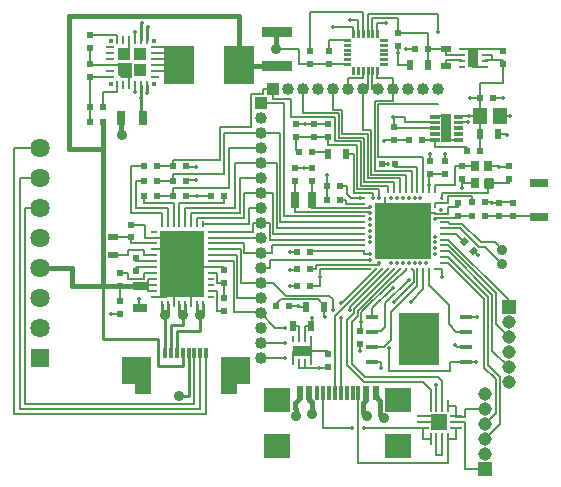
<source format=gtl>
G75*
%MOIN*%
%OFA0B0*%
%FSLAX25Y25*%
%IPPOS*%
%LPD*%
%AMOC8*
5,1,8,0,0,1.08239X$1,22.5*
%
%ADD10C,0.01000*%
%ADD11C,0.01083*%
%ADD12R,0.19094X0.19094*%
%ADD13R,0.02362X0.01969*%
%ADD14R,0.01969X0.02362*%
%ADD15R,0.06100X0.02600*%
%ADD16R,0.02362X0.03543*%
%ADD17R,0.03900X0.01000*%
%ADD18R,0.01000X0.03900*%
%ADD19R,0.05700X0.05700*%
%ADD20R,0.04500X0.04500*%
%ADD21C,0.04500*%
%ADD22R,0.04000X0.01700*%
%ADD23R,0.13800X0.17300*%
%ADD24R,0.03976X0.03976*%
%ADD25C,0.03976*%
%ADD26R,0.02362X0.00984*%
%ADD27R,0.00984X0.02362*%
%ADD28R,0.14567X0.22441*%
%ADD29C,0.00039*%
%ADD30R,0.00984X0.02756*%
%ADD31R,0.02756X0.00984*%
%ADD32R,0.01969X0.01969*%
%ADD33R,0.04429X0.04429*%
%ADD34R,0.01476X0.01476*%
%ADD35C,0.00217*%
%ADD36R,0.09843X0.03543*%
%ADD37R,0.02756X0.05118*%
%ADD38R,0.10050X0.13000*%
%ADD39R,0.05118X0.02756*%
%ADD40R,0.03543X0.02362*%
%ADD41C,0.00074*%
%ADD42R,0.03307X0.09449*%
%ADD43C,0.01387*%
%ADD44R,0.04724X0.05787*%
%ADD45R,0.02750X0.05500*%
%ADD46C,0.01575*%
%ADD47R,0.03150X0.03543*%
%ADD48R,0.02400X0.04500*%
%ADD49R,0.01200X0.04500*%
%ADD50R,0.08500X0.07900*%
%ADD51R,0.01200X0.03200*%
%ADD52R,0.00500X0.00500*%
%ADD53C,0.00100*%
%ADD54R,0.00984X0.01969*%
%ADD55R,0.06299X0.03543*%
%ADD56R,0.01969X0.00984*%
%ADD57R,0.03543X0.06299*%
%ADD58R,0.06450X0.06450*%
%ADD59C,0.06450*%
%ADD60C,0.01400*%
%ADD61C,0.00500*%
%ADD62C,0.03543*%
%ADD63C,0.01600*%
%ADD64C,0.01000*%
D10*
X0136811Y0095472D03*
X0138780Y0095472D03*
X0140748Y0095472D03*
X0142717Y0095472D03*
X0144685Y0095472D03*
X0146654Y0095472D03*
X0148622Y0095472D03*
X0150591Y0095472D03*
X0152559Y0095472D03*
X0128937Y0093504D03*
X0137795Y0093504D03*
X0139764Y0093504D03*
X0141732Y0093504D03*
X0143701Y0093504D03*
X0145669Y0093504D03*
X0147638Y0093504D03*
X0154528Y0093504D03*
X0128937Y0091535D03*
X0130906Y0090551D03*
X0152559Y0090551D03*
X0154528Y0089567D03*
X0130906Y0088583D03*
X0152559Y0088583D03*
X0128937Y0087598D03*
X0130906Y0086614D03*
X0152559Y0086614D03*
X0128937Y0085630D03*
X0154528Y0085630D03*
X0130906Y0084646D03*
X0128937Y0083661D03*
X0154528Y0083661D03*
X0130906Y0082677D03*
X0128937Y0081693D03*
X0154528Y0081693D03*
X0130906Y0080709D03*
X0152559Y0080709D03*
X0128937Y0079724D03*
X0154528Y0079724D03*
X0130906Y0078740D03*
X0152559Y0078740D03*
X0128937Y0077756D03*
X0154528Y0077756D03*
X0152559Y0076772D03*
X0128937Y0075787D03*
X0154528Y0075787D03*
X0130906Y0074803D03*
X0152559Y0074803D03*
X0154528Y0073819D03*
X0130906Y0072835D03*
X0133858Y0071850D03*
X0137795Y0071850D03*
X0139764Y0071850D03*
X0141732Y0071850D03*
X0143701Y0071850D03*
X0145669Y0071850D03*
X0147638Y0071850D03*
X0149606Y0071850D03*
X0154528Y0071850D03*
X0130906Y0069882D03*
X0132874Y0069882D03*
X0134843Y0069882D03*
X0136811Y0069882D03*
X0138780Y0069882D03*
X0140748Y0069882D03*
X0142717Y0069882D03*
X0144685Y0069882D03*
X0146654Y0069882D03*
X0148622Y0069882D03*
X0150591Y0069882D03*
X0152559Y0069882D03*
D11*
X0131890Y0093504D03*
X0133858Y0093504D03*
X0135827Y0093504D03*
D12*
X0141732Y0082677D03*
D13*
X0177165Y0099803D03*
X0177165Y0104134D03*
X0161609Y0104134D03*
X0161609Y0099803D03*
X0160126Y0087457D03*
X0160126Y0091787D03*
X0178665Y0087417D03*
X0178665Y0091748D03*
X0127505Y0049096D03*
X0127505Y0044766D03*
X0150984Y0101417D03*
X0150984Y0105748D03*
X0106299Y0113752D03*
X0106299Y0118083D03*
X0155709Y0101417D03*
X0155709Y0105748D03*
X0112012Y0113776D03*
X0112012Y0118106D03*
X0116843Y0113776D03*
X0116843Y0118106D03*
X0105709Y0099354D03*
X0105709Y0103685D03*
X0111626Y0099354D03*
X0111626Y0103685D03*
X0173969Y0087417D03*
X0173969Y0091748D03*
X0138760Y0117126D03*
X0138760Y0112795D03*
X0037638Y0147795D03*
X0037638Y0143465D03*
X0037598Y0133937D03*
X0037598Y0138268D03*
X0047362Y0064252D03*
X0047362Y0068583D03*
X0051181Y0080394D03*
X0051181Y0084724D03*
X0082205Y0065335D03*
X0082205Y0069665D03*
X0052972Y0073602D03*
X0052972Y0069272D03*
X0047362Y0059134D03*
X0047362Y0054803D03*
X0082205Y0060217D03*
X0082205Y0055886D03*
X0110827Y0142717D03*
X0110827Y0138386D03*
X0140256Y0148524D03*
X0140256Y0144193D03*
X0117126Y0142677D03*
X0117126Y0138346D03*
X0116850Y0037205D03*
X0116850Y0041535D03*
X0175039Y0138228D03*
X0175039Y0142559D03*
D14*
X0120669Y0092787D03*
X0116339Y0092787D03*
X0110760Y0075591D03*
X0106429Y0075591D03*
G36*
X0162301Y0080523D02*
X0163692Y0079132D01*
X0162023Y0077463D01*
X0160632Y0078854D01*
X0162301Y0080523D01*
G37*
G36*
X0165363Y0077460D02*
X0166754Y0076069D01*
X0165085Y0074400D01*
X0163694Y0075791D01*
X0165363Y0077460D01*
G37*
X0164835Y0092126D03*
X0169165Y0092126D03*
X0139173Y0104921D03*
X0134843Y0104921D03*
X0120669Y0097630D03*
X0116339Y0097630D03*
X0110760Y0069791D03*
X0106429Y0069791D03*
X0110760Y0064260D03*
X0106429Y0064260D03*
X0107256Y0108748D03*
X0111587Y0108748D03*
X0164803Y0087425D03*
X0169134Y0087425D03*
X0037520Y0123819D03*
X0041850Y0123819D03*
X0041850Y0118898D03*
X0037520Y0118898D03*
X0082106Y0094291D03*
X0077776Y0094291D03*
X0167520Y0126969D03*
X0171850Y0126969D03*
X0148031Y0112894D03*
X0143701Y0112894D03*
X0167520Y0109252D03*
X0163189Y0109252D03*
X0103976Y0057402D03*
X0099646Y0057402D03*
X0150000Y0143346D03*
X0145669Y0143346D03*
X0055630Y0104094D03*
X0059961Y0104094D03*
X0055630Y0099213D03*
X0059961Y0099213D03*
X0055630Y0094252D03*
X0059961Y0094252D03*
X0065079Y0094291D03*
X0069409Y0094291D03*
X0065079Y0099213D03*
X0069409Y0099213D03*
X0065079Y0104094D03*
X0069409Y0104094D03*
D15*
X0187008Y0087393D03*
X0187008Y0098591D03*
D16*
X0116866Y0108276D03*
X0122772Y0108276D03*
X0167441Y0114764D03*
X0173346Y0114764D03*
X0105315Y0050787D03*
X0111220Y0050787D03*
X0109606Y0057165D03*
X0115512Y0057165D03*
X0150000Y0137795D03*
X0144094Y0137795D03*
D17*
X0159532Y0016811D03*
X0159532Y0018780D03*
X0159532Y0020748D03*
X0148421Y0020748D03*
X0148421Y0018780D03*
X0148421Y0016811D03*
D18*
X0156929Y0024335D03*
X0154961Y0024335D03*
X0152992Y0024335D03*
X0151024Y0024335D03*
X0151024Y0013224D03*
X0152992Y0013224D03*
X0154961Y0013224D03*
X0156929Y0013224D03*
D19*
X0153976Y0018780D03*
D20*
X0169291Y0003346D03*
X0177165Y0057087D03*
D21*
X0169291Y0008346D03*
X0169291Y0013346D03*
X0169291Y0018346D03*
X0169291Y0023346D03*
X0169291Y0028346D03*
X0177165Y0052087D03*
X0177165Y0047087D03*
X0177165Y0042087D03*
X0177165Y0037087D03*
X0177165Y0032087D03*
D22*
X0162704Y0038979D03*
X0162704Y0043979D03*
X0162704Y0048979D03*
X0162704Y0053979D03*
X0131604Y0053979D03*
X0131604Y0048979D03*
X0131604Y0043979D03*
X0131604Y0038979D03*
D23*
X0147154Y0046479D03*
D24*
X0094488Y0125177D03*
X0098484Y0129921D03*
D25*
X0094488Y0120177D03*
X0094488Y0115177D03*
X0094488Y0110177D03*
X0094488Y0105177D03*
X0094488Y0100177D03*
X0094488Y0095177D03*
X0094488Y0090177D03*
X0094488Y0085177D03*
X0094488Y0080177D03*
X0094488Y0075177D03*
X0094488Y0070177D03*
X0094488Y0065177D03*
X0094488Y0060177D03*
X0094488Y0055177D03*
X0094488Y0050177D03*
X0094488Y0045177D03*
X0094488Y0040177D03*
X0103484Y0129921D03*
X0108484Y0129921D03*
X0113484Y0129921D03*
X0118484Y0129921D03*
X0123484Y0129921D03*
X0128484Y0129921D03*
X0133484Y0129921D03*
X0138484Y0129921D03*
X0143484Y0129921D03*
X0148484Y0129921D03*
X0153484Y0129921D03*
D26*
X0058839Y0082343D03*
X0058839Y0080374D03*
X0058839Y0078406D03*
X0058839Y0076437D03*
X0058839Y0074469D03*
X0058839Y0072500D03*
X0058839Y0070531D03*
X0058839Y0068563D03*
X0058839Y0066594D03*
X0058839Y0064626D03*
X0058839Y0062657D03*
X0058839Y0060689D03*
X0077736Y0060689D03*
X0077736Y0062657D03*
X0077736Y0064626D03*
X0077736Y0066594D03*
X0077736Y0068563D03*
X0077736Y0070531D03*
X0077736Y0072500D03*
X0077736Y0074469D03*
X0077736Y0076437D03*
X0077736Y0078406D03*
X0077736Y0080374D03*
X0077736Y0082343D03*
D27*
X0061398Y0058130D03*
X0063366Y0058130D03*
X0065335Y0058130D03*
X0067303Y0058130D03*
X0069272Y0058130D03*
X0071240Y0058130D03*
X0073209Y0058130D03*
X0075177Y0058130D03*
X0075177Y0084902D03*
X0073209Y0084902D03*
X0071240Y0084902D03*
X0069272Y0084902D03*
X0067303Y0084902D03*
X0065335Y0084902D03*
X0063366Y0084902D03*
X0061398Y0084902D03*
D28*
X0068287Y0071516D03*
D29*
X0051142Y0138425D02*
X0051142Y0133996D01*
X0047827Y0133996D01*
X0046713Y0135110D01*
X0046713Y0138425D01*
X0051142Y0138425D01*
X0051142Y0134024D02*
X0047798Y0134024D01*
X0047761Y0134062D02*
X0051142Y0134062D01*
X0051142Y0134100D02*
X0047723Y0134100D01*
X0047685Y0134138D02*
X0051142Y0134138D01*
X0051142Y0134176D02*
X0047647Y0134176D01*
X0047609Y0134214D02*
X0051142Y0134214D01*
X0051142Y0134252D02*
X0047571Y0134252D01*
X0047533Y0134290D02*
X0051142Y0134290D01*
X0051142Y0134327D02*
X0047495Y0134327D01*
X0047458Y0134365D02*
X0051142Y0134365D01*
X0051142Y0134403D02*
X0047420Y0134403D01*
X0047382Y0134441D02*
X0051142Y0134441D01*
X0051142Y0134479D02*
X0047344Y0134479D01*
X0047306Y0134517D02*
X0051142Y0134517D01*
X0051142Y0134555D02*
X0047268Y0134555D01*
X0047230Y0134593D02*
X0051142Y0134593D01*
X0051142Y0134630D02*
X0047192Y0134630D01*
X0047154Y0134668D02*
X0051142Y0134668D01*
X0051142Y0134706D02*
X0047117Y0134706D01*
X0047079Y0134744D02*
X0051142Y0134744D01*
X0051142Y0134782D02*
X0047041Y0134782D01*
X0047003Y0134820D02*
X0051142Y0134820D01*
X0051142Y0134858D02*
X0046965Y0134858D01*
X0046927Y0134896D02*
X0051142Y0134896D01*
X0051142Y0134934D02*
X0046889Y0134934D01*
X0046851Y0134971D02*
X0051142Y0134971D01*
X0051142Y0135009D02*
X0046814Y0135009D01*
X0046776Y0135047D02*
X0051142Y0135047D01*
X0051142Y0135085D02*
X0046738Y0135085D01*
X0046713Y0135123D02*
X0051142Y0135123D01*
X0051142Y0135161D02*
X0046713Y0135161D01*
X0046713Y0135199D02*
X0051142Y0135199D01*
X0051142Y0135237D02*
X0046713Y0135237D01*
X0046713Y0135274D02*
X0051142Y0135274D01*
X0051142Y0135312D02*
X0046713Y0135312D01*
X0046713Y0135350D02*
X0051142Y0135350D01*
X0051142Y0135388D02*
X0046713Y0135388D01*
X0046713Y0135426D02*
X0051142Y0135426D01*
X0051142Y0135464D02*
X0046713Y0135464D01*
X0046713Y0135502D02*
X0051142Y0135502D01*
X0051142Y0135540D02*
X0046713Y0135540D01*
X0046713Y0135578D02*
X0051142Y0135578D01*
X0051142Y0135615D02*
X0046713Y0135615D01*
X0046713Y0135653D02*
X0051142Y0135653D01*
X0051142Y0135691D02*
X0046713Y0135691D01*
X0046713Y0135729D02*
X0051142Y0135729D01*
X0051142Y0135767D02*
X0046713Y0135767D01*
X0046713Y0135805D02*
X0051142Y0135805D01*
X0051142Y0135843D02*
X0046713Y0135843D01*
X0046713Y0135881D02*
X0051142Y0135881D01*
X0051142Y0135918D02*
X0046713Y0135918D01*
X0046713Y0135956D02*
X0051142Y0135956D01*
X0051142Y0135994D02*
X0046713Y0135994D01*
X0046713Y0136032D02*
X0051142Y0136032D01*
X0051142Y0136070D02*
X0046713Y0136070D01*
X0046713Y0136108D02*
X0051142Y0136108D01*
X0051142Y0136146D02*
X0046713Y0136146D01*
X0046713Y0136184D02*
X0051142Y0136184D01*
X0051142Y0136222D02*
X0046713Y0136222D01*
X0046713Y0136259D02*
X0051142Y0136259D01*
X0051142Y0136297D02*
X0046713Y0136297D01*
X0046713Y0136335D02*
X0051142Y0136335D01*
X0051142Y0136373D02*
X0046713Y0136373D01*
X0046713Y0136411D02*
X0051142Y0136411D01*
X0051142Y0136449D02*
X0046713Y0136449D01*
X0046713Y0136487D02*
X0051142Y0136487D01*
X0051142Y0136525D02*
X0046713Y0136525D01*
X0046713Y0136562D02*
X0051142Y0136562D01*
X0051142Y0136600D02*
X0046713Y0136600D01*
X0046713Y0136638D02*
X0051142Y0136638D01*
X0051142Y0136676D02*
X0046713Y0136676D01*
X0046713Y0136714D02*
X0051142Y0136714D01*
X0051142Y0136752D02*
X0046713Y0136752D01*
X0046713Y0136790D02*
X0051142Y0136790D01*
X0051142Y0136828D02*
X0046713Y0136828D01*
X0046713Y0136865D02*
X0051142Y0136865D01*
X0051142Y0136903D02*
X0046713Y0136903D01*
X0046713Y0136941D02*
X0051142Y0136941D01*
X0051142Y0136979D02*
X0046713Y0136979D01*
X0046713Y0137017D02*
X0051142Y0137017D01*
X0051142Y0137055D02*
X0046713Y0137055D01*
X0046713Y0137093D02*
X0051142Y0137093D01*
X0051142Y0137131D02*
X0046713Y0137131D01*
X0046713Y0137169D02*
X0051142Y0137169D01*
X0051142Y0137206D02*
X0046713Y0137206D01*
X0046713Y0137244D02*
X0051142Y0137244D01*
X0051142Y0137282D02*
X0046713Y0137282D01*
X0046713Y0137320D02*
X0051142Y0137320D01*
X0051142Y0137358D02*
X0046713Y0137358D01*
X0046713Y0137396D02*
X0051142Y0137396D01*
X0051142Y0137434D02*
X0046713Y0137434D01*
X0046713Y0137472D02*
X0051142Y0137472D01*
X0051142Y0137509D02*
X0046713Y0137509D01*
X0046713Y0137547D02*
X0051142Y0137547D01*
X0051142Y0137585D02*
X0046713Y0137585D01*
X0046713Y0137623D02*
X0051142Y0137623D01*
X0051142Y0137661D02*
X0046713Y0137661D01*
X0046713Y0137699D02*
X0051142Y0137699D01*
X0051142Y0137737D02*
X0046713Y0137737D01*
X0046713Y0137775D02*
X0051142Y0137775D01*
X0051142Y0137813D02*
X0046713Y0137813D01*
X0046713Y0137850D02*
X0051142Y0137850D01*
X0051142Y0137888D02*
X0046713Y0137888D01*
X0046713Y0137926D02*
X0051142Y0137926D01*
X0051142Y0137964D02*
X0046713Y0137964D01*
X0046713Y0138002D02*
X0051142Y0138002D01*
X0051142Y0138040D02*
X0046713Y0138040D01*
X0046713Y0138078D02*
X0051142Y0138078D01*
X0051142Y0138116D02*
X0046713Y0138116D01*
X0046713Y0138153D02*
X0051142Y0138153D01*
X0051142Y0138191D02*
X0046713Y0138191D01*
X0046713Y0138229D02*
X0051142Y0138229D01*
X0051142Y0138267D02*
X0046713Y0138267D01*
X0046713Y0138305D02*
X0051142Y0138305D01*
X0051142Y0138343D02*
X0046713Y0138343D01*
X0046713Y0138381D02*
X0051142Y0138381D01*
X0051142Y0138419D02*
X0046713Y0138419D01*
D30*
X0046614Y0131339D03*
X0048583Y0131339D03*
X0050551Y0131339D03*
X0052520Y0131339D03*
X0054488Y0131339D03*
X0056457Y0131339D03*
X0056457Y0146299D03*
X0054488Y0146299D03*
X0052520Y0146299D03*
X0050551Y0146299D03*
X0048583Y0146299D03*
X0046614Y0146299D03*
D31*
X0059016Y0133898D03*
X0059016Y0135866D03*
X0059016Y0137835D03*
X0059016Y0139803D03*
X0059016Y0141772D03*
X0059016Y0143740D03*
X0044055Y0143740D03*
X0044055Y0141772D03*
X0044055Y0139803D03*
X0044055Y0137835D03*
X0044055Y0135866D03*
X0044055Y0133898D03*
D32*
X0048681Y0135965D03*
D33*
X0048927Y0141427D03*
X0054144Y0141427D03*
X0054144Y0136211D03*
D34*
X0044400Y0131683D03*
X0044400Y0145955D03*
X0058671Y0145955D03*
X0058671Y0131683D03*
D35*
X0134171Y0138636D02*
X0136475Y0138636D01*
X0136475Y0137986D01*
X0134171Y0137986D01*
X0134171Y0138636D01*
X0134171Y0138202D02*
X0136475Y0138202D01*
X0136475Y0138418D02*
X0134171Y0138418D01*
X0134171Y0138634D02*
X0136475Y0138634D01*
X0134171Y0140211D02*
X0136475Y0140211D01*
X0136475Y0139561D01*
X0134171Y0139561D01*
X0134171Y0140211D01*
X0134171Y0139777D02*
X0136475Y0139777D01*
X0136475Y0139993D02*
X0134171Y0139993D01*
X0134171Y0140209D02*
X0136475Y0140209D01*
X0134171Y0141786D02*
X0136475Y0141786D01*
X0136475Y0141136D01*
X0134171Y0141136D01*
X0134171Y0141786D01*
X0134171Y0141352D02*
X0136475Y0141352D01*
X0136475Y0141568D02*
X0134171Y0141568D01*
X0134171Y0141784D02*
X0136475Y0141784D01*
X0134171Y0143360D02*
X0136475Y0143360D01*
X0136475Y0142710D01*
X0134171Y0142710D01*
X0134171Y0143360D01*
X0134171Y0142926D02*
X0136475Y0142926D01*
X0136475Y0143142D02*
X0134171Y0143142D01*
X0134171Y0143358D02*
X0136475Y0143358D01*
X0134171Y0144935D02*
X0136475Y0144935D01*
X0136475Y0144285D01*
X0134171Y0144285D01*
X0134171Y0144935D01*
X0134171Y0144501D02*
X0136475Y0144501D01*
X0136475Y0144717D02*
X0134171Y0144717D01*
X0134171Y0144933D02*
X0136475Y0144933D01*
X0134171Y0146510D02*
X0136475Y0146510D01*
X0136475Y0145860D01*
X0134171Y0145860D01*
X0134171Y0146510D01*
X0134171Y0146076D02*
X0136475Y0146076D01*
X0136475Y0146292D02*
X0134171Y0146292D01*
X0134171Y0146508D02*
X0136475Y0146508D01*
X0132852Y0149483D02*
X0133502Y0149483D01*
X0133502Y0147179D01*
X0132852Y0147179D01*
X0132852Y0149483D01*
X0132852Y0147395D02*
X0133502Y0147395D01*
X0133502Y0147611D02*
X0132852Y0147611D01*
X0132852Y0147827D02*
X0133502Y0147827D01*
X0133502Y0148043D02*
X0132852Y0148043D01*
X0132852Y0148259D02*
X0133502Y0148259D01*
X0133502Y0148475D02*
X0132852Y0148475D01*
X0132852Y0148691D02*
X0133502Y0148691D01*
X0133502Y0148907D02*
X0132852Y0148907D01*
X0132852Y0149123D02*
X0133502Y0149123D01*
X0133502Y0149339D02*
X0132852Y0149339D01*
X0131277Y0149483D02*
X0131927Y0149483D01*
X0131927Y0147179D01*
X0131277Y0147179D01*
X0131277Y0149483D01*
X0131277Y0147395D02*
X0131927Y0147395D01*
X0131927Y0147611D02*
X0131277Y0147611D01*
X0131277Y0147827D02*
X0131927Y0147827D01*
X0131927Y0148043D02*
X0131277Y0148043D01*
X0131277Y0148259D02*
X0131927Y0148259D01*
X0131927Y0148475D02*
X0131277Y0148475D01*
X0131277Y0148691D02*
X0131927Y0148691D01*
X0131927Y0148907D02*
X0131277Y0148907D01*
X0131277Y0149123D02*
X0131927Y0149123D01*
X0131927Y0149339D02*
X0131277Y0149339D01*
X0129703Y0149483D02*
X0130353Y0149483D01*
X0130353Y0147179D01*
X0129703Y0147179D01*
X0129703Y0149483D01*
X0129703Y0147395D02*
X0130353Y0147395D01*
X0130353Y0147611D02*
X0129703Y0147611D01*
X0129703Y0147827D02*
X0130353Y0147827D01*
X0130353Y0148043D02*
X0129703Y0148043D01*
X0129703Y0148259D02*
X0130353Y0148259D01*
X0130353Y0148475D02*
X0129703Y0148475D01*
X0129703Y0148691D02*
X0130353Y0148691D01*
X0130353Y0148907D02*
X0129703Y0148907D01*
X0129703Y0149123D02*
X0130353Y0149123D01*
X0130353Y0149339D02*
X0129703Y0149339D01*
X0128128Y0149483D02*
X0128778Y0149483D01*
X0128778Y0147179D01*
X0128128Y0147179D01*
X0128128Y0149483D01*
X0128128Y0147395D02*
X0128778Y0147395D01*
X0128778Y0147611D02*
X0128128Y0147611D01*
X0128128Y0147827D02*
X0128778Y0147827D01*
X0128778Y0148043D02*
X0128128Y0148043D01*
X0128128Y0148259D02*
X0128778Y0148259D01*
X0128778Y0148475D02*
X0128128Y0148475D01*
X0128128Y0148691D02*
X0128778Y0148691D01*
X0128778Y0148907D02*
X0128128Y0148907D01*
X0128128Y0149123D02*
X0128778Y0149123D01*
X0128778Y0149339D02*
X0128128Y0149339D01*
X0126553Y0149483D02*
X0127203Y0149483D01*
X0127203Y0147179D01*
X0126553Y0147179D01*
X0126553Y0149483D01*
X0126553Y0147395D02*
X0127203Y0147395D01*
X0127203Y0147611D02*
X0126553Y0147611D01*
X0126553Y0147827D02*
X0127203Y0147827D01*
X0127203Y0148043D02*
X0126553Y0148043D01*
X0126553Y0148259D02*
X0127203Y0148259D01*
X0127203Y0148475D02*
X0126553Y0148475D01*
X0126553Y0148691D02*
X0127203Y0148691D01*
X0127203Y0148907D02*
X0126553Y0148907D01*
X0126553Y0149123D02*
X0127203Y0149123D01*
X0127203Y0149339D02*
X0126553Y0149339D01*
X0124978Y0149483D02*
X0125628Y0149483D01*
X0125628Y0147179D01*
X0124978Y0147179D01*
X0124978Y0149483D01*
X0124978Y0147395D02*
X0125628Y0147395D01*
X0125628Y0147611D02*
X0124978Y0147611D01*
X0124978Y0147827D02*
X0125628Y0147827D01*
X0125628Y0148043D02*
X0124978Y0148043D01*
X0124978Y0148259D02*
X0125628Y0148259D01*
X0125628Y0148475D02*
X0124978Y0148475D01*
X0124978Y0148691D02*
X0125628Y0148691D01*
X0125628Y0148907D02*
X0124978Y0148907D01*
X0124978Y0149123D02*
X0125628Y0149123D01*
X0125628Y0149339D02*
X0124978Y0149339D01*
X0122005Y0146510D02*
X0124309Y0146510D01*
X0124309Y0145860D01*
X0122005Y0145860D01*
X0122005Y0146510D01*
X0122005Y0146076D02*
X0124309Y0146076D01*
X0124309Y0146292D02*
X0122005Y0146292D01*
X0122005Y0146508D02*
X0124309Y0146508D01*
X0122005Y0144935D02*
X0124309Y0144935D01*
X0124309Y0144285D01*
X0122005Y0144285D01*
X0122005Y0144935D01*
X0122005Y0144501D02*
X0124309Y0144501D01*
X0124309Y0144717D02*
X0122005Y0144717D01*
X0122005Y0144933D02*
X0124309Y0144933D01*
X0122005Y0143360D02*
X0124309Y0143360D01*
X0124309Y0142710D01*
X0122005Y0142710D01*
X0122005Y0143360D01*
X0122005Y0142926D02*
X0124309Y0142926D01*
X0124309Y0143142D02*
X0122005Y0143142D01*
X0122005Y0143358D02*
X0124309Y0143358D01*
X0122005Y0141786D02*
X0124309Y0141786D01*
X0124309Y0141136D01*
X0122005Y0141136D01*
X0122005Y0141786D01*
X0122005Y0141352D02*
X0124309Y0141352D01*
X0124309Y0141568D02*
X0122005Y0141568D01*
X0122005Y0141784D02*
X0124309Y0141784D01*
X0122005Y0140211D02*
X0124309Y0140211D01*
X0124309Y0139561D01*
X0122005Y0139561D01*
X0122005Y0140211D01*
X0122005Y0139777D02*
X0124309Y0139777D01*
X0124309Y0139993D02*
X0122005Y0139993D01*
X0122005Y0140209D02*
X0124309Y0140209D01*
X0122005Y0138636D02*
X0124309Y0138636D01*
X0124309Y0137986D01*
X0122005Y0137986D01*
X0122005Y0138636D01*
X0122005Y0138202D02*
X0124309Y0138202D01*
X0124309Y0138418D02*
X0122005Y0138418D01*
X0122005Y0138634D02*
X0124309Y0138634D01*
X0124978Y0137317D02*
X0125628Y0137317D01*
X0125628Y0135013D01*
X0124978Y0135013D01*
X0124978Y0137317D01*
X0124978Y0135229D02*
X0125628Y0135229D01*
X0125628Y0135445D02*
X0124978Y0135445D01*
X0124978Y0135661D02*
X0125628Y0135661D01*
X0125628Y0135877D02*
X0124978Y0135877D01*
X0124978Y0136093D02*
X0125628Y0136093D01*
X0125628Y0136309D02*
X0124978Y0136309D01*
X0124978Y0136525D02*
X0125628Y0136525D01*
X0125628Y0136741D02*
X0124978Y0136741D01*
X0124978Y0136957D02*
X0125628Y0136957D01*
X0125628Y0137173D02*
X0124978Y0137173D01*
X0126553Y0137317D02*
X0127203Y0137317D01*
X0127203Y0135013D01*
X0126553Y0135013D01*
X0126553Y0137317D01*
X0126553Y0135229D02*
X0127203Y0135229D01*
X0127203Y0135445D02*
X0126553Y0135445D01*
X0126553Y0135661D02*
X0127203Y0135661D01*
X0127203Y0135877D02*
X0126553Y0135877D01*
X0126553Y0136093D02*
X0127203Y0136093D01*
X0127203Y0136309D02*
X0126553Y0136309D01*
X0126553Y0136525D02*
X0127203Y0136525D01*
X0127203Y0136741D02*
X0126553Y0136741D01*
X0126553Y0136957D02*
X0127203Y0136957D01*
X0127203Y0137173D02*
X0126553Y0137173D01*
X0128128Y0137317D02*
X0128778Y0137317D01*
X0128778Y0135013D01*
X0128128Y0135013D01*
X0128128Y0137317D01*
X0128128Y0135229D02*
X0128778Y0135229D01*
X0128778Y0135445D02*
X0128128Y0135445D01*
X0128128Y0135661D02*
X0128778Y0135661D01*
X0128778Y0135877D02*
X0128128Y0135877D01*
X0128128Y0136093D02*
X0128778Y0136093D01*
X0128778Y0136309D02*
X0128128Y0136309D01*
X0128128Y0136525D02*
X0128778Y0136525D01*
X0128778Y0136741D02*
X0128128Y0136741D01*
X0128128Y0136957D02*
X0128778Y0136957D01*
X0128778Y0137173D02*
X0128128Y0137173D01*
X0129703Y0137317D02*
X0130353Y0137317D01*
X0130353Y0135013D01*
X0129703Y0135013D01*
X0129703Y0137317D01*
X0129703Y0135229D02*
X0130353Y0135229D01*
X0130353Y0135445D02*
X0129703Y0135445D01*
X0129703Y0135661D02*
X0130353Y0135661D01*
X0130353Y0135877D02*
X0129703Y0135877D01*
X0129703Y0136093D02*
X0130353Y0136093D01*
X0130353Y0136309D02*
X0129703Y0136309D01*
X0129703Y0136525D02*
X0130353Y0136525D01*
X0130353Y0136741D02*
X0129703Y0136741D01*
X0129703Y0136957D02*
X0130353Y0136957D01*
X0130353Y0137173D02*
X0129703Y0137173D01*
X0131277Y0137317D02*
X0131927Y0137317D01*
X0131927Y0135013D01*
X0131277Y0135013D01*
X0131277Y0137317D01*
X0131277Y0135229D02*
X0131927Y0135229D01*
X0131927Y0135445D02*
X0131277Y0135445D01*
X0131277Y0135661D02*
X0131927Y0135661D01*
X0131927Y0135877D02*
X0131277Y0135877D01*
X0131277Y0136093D02*
X0131927Y0136093D01*
X0131927Y0136309D02*
X0131277Y0136309D01*
X0131277Y0136525D02*
X0131927Y0136525D01*
X0131927Y0136741D02*
X0131277Y0136741D01*
X0131277Y0136957D02*
X0131927Y0136957D01*
X0131927Y0137173D02*
X0131277Y0137173D01*
X0132852Y0137317D02*
X0133502Y0137317D01*
X0133502Y0135013D01*
X0132852Y0135013D01*
X0132852Y0137317D01*
X0132852Y0135229D02*
X0133502Y0135229D01*
X0133502Y0135445D02*
X0132852Y0135445D01*
X0132852Y0135661D02*
X0133502Y0135661D01*
X0133502Y0135877D02*
X0132852Y0135877D01*
X0132852Y0136093D02*
X0133502Y0136093D01*
X0133502Y0136309D02*
X0132852Y0136309D01*
X0132852Y0136525D02*
X0133502Y0136525D01*
X0133502Y0136741D02*
X0132852Y0136741D01*
X0132852Y0136957D02*
X0133502Y0136957D01*
X0133502Y0137173D02*
X0132852Y0137173D01*
D36*
X0099685Y0137638D03*
X0099685Y0149055D03*
D37*
X0055315Y0120354D03*
X0047835Y0120354D03*
D38*
X0087012Y0137795D03*
X0067162Y0137795D03*
D39*
X0054154Y0064252D03*
X0054154Y0056772D03*
D40*
X0045276Y0074488D03*
X0045276Y0080394D03*
X0156102Y0137441D03*
X0156102Y0143346D03*
D41*
X0153801Y0120372D02*
X0150963Y0120372D01*
X0150963Y0121360D01*
X0153801Y0121360D01*
X0153801Y0120372D01*
X0153801Y0120445D02*
X0150963Y0120445D01*
X0150963Y0120518D02*
X0153801Y0120518D01*
X0153801Y0120591D02*
X0150963Y0120591D01*
X0150963Y0120664D02*
X0153801Y0120664D01*
X0153801Y0120737D02*
X0150963Y0120737D01*
X0150963Y0120810D02*
X0153801Y0120810D01*
X0153801Y0120883D02*
X0150963Y0120883D01*
X0150963Y0120956D02*
X0153801Y0120956D01*
X0153801Y0121029D02*
X0150963Y0121029D01*
X0150963Y0121102D02*
X0153801Y0121102D01*
X0153801Y0121175D02*
X0150963Y0121175D01*
X0150963Y0121248D02*
X0153801Y0121248D01*
X0153801Y0121321D02*
X0150963Y0121321D01*
X0153801Y0118404D02*
X0150963Y0118404D01*
X0150963Y0119392D01*
X0153801Y0119392D01*
X0153801Y0118404D01*
X0153801Y0118477D02*
X0150963Y0118477D01*
X0150963Y0118550D02*
X0153801Y0118550D01*
X0153801Y0118623D02*
X0150963Y0118623D01*
X0150963Y0118696D02*
X0153801Y0118696D01*
X0153801Y0118769D02*
X0150963Y0118769D01*
X0150963Y0118842D02*
X0153801Y0118842D01*
X0153801Y0118915D02*
X0150963Y0118915D01*
X0150963Y0118988D02*
X0153801Y0118988D01*
X0153801Y0119061D02*
X0150963Y0119061D01*
X0150963Y0119134D02*
X0153801Y0119134D01*
X0153801Y0119207D02*
X0150963Y0119207D01*
X0150963Y0119280D02*
X0153801Y0119280D01*
X0153801Y0119353D02*
X0150963Y0119353D01*
X0153801Y0116435D02*
X0150963Y0116435D01*
X0150963Y0117423D01*
X0153801Y0117423D01*
X0153801Y0116435D01*
X0153801Y0116508D02*
X0150963Y0116508D01*
X0150963Y0116581D02*
X0153801Y0116581D01*
X0153801Y0116654D02*
X0150963Y0116654D01*
X0150963Y0116727D02*
X0153801Y0116727D01*
X0153801Y0116800D02*
X0150963Y0116800D01*
X0150963Y0116873D02*
X0153801Y0116873D01*
X0153801Y0116946D02*
X0150963Y0116946D01*
X0150963Y0117019D02*
X0153801Y0117019D01*
X0153801Y0117092D02*
X0150963Y0117092D01*
X0150963Y0117165D02*
X0153801Y0117165D01*
X0153801Y0117238D02*
X0150963Y0117238D01*
X0150963Y0117311D02*
X0153801Y0117311D01*
X0153801Y0117384D02*
X0150963Y0117384D01*
X0153801Y0114467D02*
X0150963Y0114467D01*
X0150963Y0115455D01*
X0153801Y0115455D01*
X0153801Y0114467D01*
X0153801Y0114540D02*
X0150963Y0114540D01*
X0150963Y0114613D02*
X0153801Y0114613D01*
X0153801Y0114686D02*
X0150963Y0114686D01*
X0150963Y0114759D02*
X0153801Y0114759D01*
X0153801Y0114832D02*
X0150963Y0114832D01*
X0150963Y0114905D02*
X0153801Y0114905D01*
X0153801Y0114978D02*
X0150963Y0114978D01*
X0150963Y0115051D02*
X0153801Y0115051D01*
X0153801Y0115124D02*
X0150963Y0115124D01*
X0150963Y0115197D02*
X0153801Y0115197D01*
X0153801Y0115270D02*
X0150963Y0115270D01*
X0150963Y0115343D02*
X0153801Y0115343D01*
X0153801Y0115416D02*
X0150963Y0115416D01*
X0153801Y0112498D02*
X0150963Y0112498D01*
X0150963Y0113486D01*
X0153801Y0113486D01*
X0153801Y0112498D01*
X0153801Y0112571D02*
X0150963Y0112571D01*
X0150963Y0112644D02*
X0153801Y0112644D01*
X0153801Y0112717D02*
X0150963Y0112717D01*
X0150963Y0112790D02*
X0153801Y0112790D01*
X0153801Y0112863D02*
X0150963Y0112863D01*
X0150963Y0112936D02*
X0153801Y0112936D01*
X0153801Y0113009D02*
X0150963Y0113009D01*
X0150963Y0113082D02*
X0153801Y0113082D01*
X0153801Y0113155D02*
X0150963Y0113155D01*
X0150963Y0113228D02*
X0153801Y0113228D01*
X0153801Y0113301D02*
X0150963Y0113301D01*
X0150963Y0113374D02*
X0153801Y0113374D01*
X0153801Y0113447D02*
X0150963Y0113447D01*
X0161636Y0112498D02*
X0158798Y0112498D01*
X0158798Y0113486D01*
X0161636Y0113486D01*
X0161636Y0112498D01*
X0161636Y0112571D02*
X0158798Y0112571D01*
X0158798Y0112644D02*
X0161636Y0112644D01*
X0161636Y0112717D02*
X0158798Y0112717D01*
X0158798Y0112790D02*
X0161636Y0112790D01*
X0161636Y0112863D02*
X0158798Y0112863D01*
X0158798Y0112936D02*
X0161636Y0112936D01*
X0161636Y0113009D02*
X0158798Y0113009D01*
X0158798Y0113082D02*
X0161636Y0113082D01*
X0161636Y0113155D02*
X0158798Y0113155D01*
X0158798Y0113228D02*
X0161636Y0113228D01*
X0161636Y0113301D02*
X0158798Y0113301D01*
X0158798Y0113374D02*
X0161636Y0113374D01*
X0161636Y0113447D02*
X0158798Y0113447D01*
X0161636Y0114467D02*
X0158798Y0114467D01*
X0158798Y0115455D01*
X0161636Y0115455D01*
X0161636Y0114467D01*
X0161636Y0114540D02*
X0158798Y0114540D01*
X0158798Y0114613D02*
X0161636Y0114613D01*
X0161636Y0114686D02*
X0158798Y0114686D01*
X0158798Y0114759D02*
X0161636Y0114759D01*
X0161636Y0114832D02*
X0158798Y0114832D01*
X0158798Y0114905D02*
X0161636Y0114905D01*
X0161636Y0114978D02*
X0158798Y0114978D01*
X0158798Y0115051D02*
X0161636Y0115051D01*
X0161636Y0115124D02*
X0158798Y0115124D01*
X0158798Y0115197D02*
X0161636Y0115197D01*
X0161636Y0115270D02*
X0158798Y0115270D01*
X0158798Y0115343D02*
X0161636Y0115343D01*
X0161636Y0115416D02*
X0158798Y0115416D01*
X0161636Y0116435D02*
X0158798Y0116435D01*
X0158798Y0117423D01*
X0161636Y0117423D01*
X0161636Y0116435D01*
X0161636Y0116508D02*
X0158798Y0116508D01*
X0158798Y0116581D02*
X0161636Y0116581D01*
X0161636Y0116654D02*
X0158798Y0116654D01*
X0158798Y0116727D02*
X0161636Y0116727D01*
X0161636Y0116800D02*
X0158798Y0116800D01*
X0158798Y0116873D02*
X0161636Y0116873D01*
X0161636Y0116946D02*
X0158798Y0116946D01*
X0158798Y0117019D02*
X0161636Y0117019D01*
X0161636Y0117092D02*
X0158798Y0117092D01*
X0158798Y0117165D02*
X0161636Y0117165D01*
X0161636Y0117238D02*
X0158798Y0117238D01*
X0158798Y0117311D02*
X0161636Y0117311D01*
X0161636Y0117384D02*
X0158798Y0117384D01*
X0161636Y0118404D02*
X0158798Y0118404D01*
X0158798Y0119392D01*
X0161636Y0119392D01*
X0161636Y0118404D01*
X0161636Y0118477D02*
X0158798Y0118477D01*
X0158798Y0118550D02*
X0161636Y0118550D01*
X0161636Y0118623D02*
X0158798Y0118623D01*
X0158798Y0118696D02*
X0161636Y0118696D01*
X0161636Y0118769D02*
X0158798Y0118769D01*
X0158798Y0118842D02*
X0161636Y0118842D01*
X0161636Y0118915D02*
X0158798Y0118915D01*
X0158798Y0118988D02*
X0161636Y0118988D01*
X0161636Y0119061D02*
X0158798Y0119061D01*
X0158798Y0119134D02*
X0161636Y0119134D01*
X0161636Y0119207D02*
X0158798Y0119207D01*
X0158798Y0119280D02*
X0161636Y0119280D01*
X0161636Y0119353D02*
X0158798Y0119353D01*
X0161636Y0120372D02*
X0158798Y0120372D01*
X0158798Y0121360D01*
X0161636Y0121360D01*
X0161636Y0120372D01*
X0161636Y0120445D02*
X0158798Y0120445D01*
X0158798Y0120518D02*
X0161636Y0120518D01*
X0161636Y0120591D02*
X0158798Y0120591D01*
X0158798Y0120664D02*
X0161636Y0120664D01*
X0161636Y0120737D02*
X0158798Y0120737D01*
X0158798Y0120810D02*
X0161636Y0120810D01*
X0161636Y0120883D02*
X0158798Y0120883D01*
X0158798Y0120956D02*
X0161636Y0120956D01*
X0161636Y0121029D02*
X0158798Y0121029D01*
X0158798Y0121102D02*
X0161636Y0121102D01*
X0161636Y0121175D02*
X0158798Y0121175D01*
X0158798Y0121248D02*
X0161636Y0121248D01*
X0161636Y0121321D02*
X0158798Y0121321D01*
D42*
X0156299Y0116929D03*
D43*
X0156299Y0120669D03*
X0156299Y0116929D03*
X0156299Y0113189D03*
D44*
X0174252Y0120866D03*
X0167480Y0120866D03*
D45*
X0105686Y0092913D03*
X0111636Y0092913D03*
D46*
X0169488Y0097638D02*
X0169488Y0099606D01*
X0171064Y0099606D01*
X0171064Y0097638D01*
X0169488Y0097638D01*
X0169488Y0099212D02*
X0171064Y0099212D01*
D47*
X0170276Y0104134D03*
X0165945Y0098622D03*
X0165945Y0104134D03*
D48*
X0107480Y0028594D03*
X0132677Y0028594D03*
X0110630Y0028594D03*
X0129528Y0028594D03*
D49*
X0113189Y0028594D03*
X0115157Y0028594D03*
X0117126Y0028594D03*
X0119094Y0028594D03*
X0121063Y0028594D03*
X0123031Y0028594D03*
X0125000Y0028594D03*
X0126969Y0028594D03*
D50*
X0099961Y0026330D03*
X0140197Y0026330D03*
X0099961Y0010857D03*
X0140197Y0010857D03*
D51*
X0062480Y0042027D03*
X0064449Y0042027D03*
X0066417Y0042027D03*
X0068386Y0042027D03*
X0070354Y0042027D03*
X0072323Y0042027D03*
X0074291Y0042027D03*
X0076260Y0042027D03*
D52*
X0050276Y0036121D03*
X0088465Y0036121D03*
D53*
X0090615Y0040471D02*
X0090615Y0031771D01*
X0086315Y0031771D01*
X0086315Y0028465D01*
X0081215Y0028465D01*
X0081215Y0040471D01*
X0090615Y0040471D01*
X0086315Y0028470D02*
X0081215Y0028470D01*
X0081215Y0028568D02*
X0086315Y0028568D01*
X0086315Y0028667D02*
X0081215Y0028667D01*
X0081215Y0028765D02*
X0086315Y0028765D01*
X0086315Y0028864D02*
X0081215Y0028864D01*
X0081215Y0028962D02*
X0086315Y0028962D01*
X0086315Y0029061D02*
X0081215Y0029061D01*
X0081215Y0029159D02*
X0086315Y0029159D01*
X0086315Y0029258D02*
X0081215Y0029258D01*
X0081215Y0029356D02*
X0086315Y0029356D01*
X0086315Y0029455D02*
X0081215Y0029455D01*
X0081215Y0029553D02*
X0086315Y0029553D01*
X0086315Y0029652D02*
X0081215Y0029652D01*
X0081215Y0029750D02*
X0086315Y0029750D01*
X0086315Y0029849D02*
X0081215Y0029849D01*
X0081215Y0029947D02*
X0086315Y0029947D01*
X0086315Y0030046D02*
X0081215Y0030046D01*
X0081215Y0030144D02*
X0086315Y0030144D01*
X0086315Y0030243D02*
X0081215Y0030243D01*
X0081215Y0030341D02*
X0086315Y0030341D01*
X0086315Y0030440D02*
X0081215Y0030440D01*
X0081215Y0030539D02*
X0086315Y0030539D01*
X0086315Y0030637D02*
X0081215Y0030637D01*
X0081215Y0030736D02*
X0086315Y0030736D01*
X0086315Y0030834D02*
X0081215Y0030834D01*
X0081215Y0030933D02*
X0086315Y0030933D01*
X0086315Y0031031D02*
X0081215Y0031031D01*
X0081215Y0031130D02*
X0086315Y0031130D01*
X0086315Y0031228D02*
X0081215Y0031228D01*
X0081215Y0031327D02*
X0086315Y0031327D01*
X0086315Y0031425D02*
X0081215Y0031425D01*
X0081215Y0031524D02*
X0086315Y0031524D01*
X0086315Y0031622D02*
X0081215Y0031622D01*
X0081215Y0031721D02*
X0086315Y0031721D01*
X0090615Y0031819D02*
X0081215Y0031819D01*
X0081215Y0031918D02*
X0090615Y0031918D01*
X0090615Y0032016D02*
X0081215Y0032016D01*
X0081215Y0032115D02*
X0090615Y0032115D01*
X0090615Y0032213D02*
X0081215Y0032213D01*
X0081215Y0032312D02*
X0090615Y0032312D01*
X0090615Y0032410D02*
X0081215Y0032410D01*
X0081215Y0032509D02*
X0090615Y0032509D01*
X0090615Y0032607D02*
X0081215Y0032607D01*
X0081215Y0032706D02*
X0090615Y0032706D01*
X0090615Y0032804D02*
X0081215Y0032804D01*
X0081215Y0032903D02*
X0090615Y0032903D01*
X0090615Y0033001D02*
X0081215Y0033001D01*
X0081215Y0033100D02*
X0090615Y0033100D01*
X0090615Y0033198D02*
X0081215Y0033198D01*
X0081215Y0033297D02*
X0090615Y0033297D01*
X0090615Y0033395D02*
X0081215Y0033395D01*
X0081215Y0033494D02*
X0090615Y0033494D01*
X0090615Y0033592D02*
X0081215Y0033592D01*
X0081215Y0033691D02*
X0090615Y0033691D01*
X0090615Y0033789D02*
X0081215Y0033789D01*
X0081215Y0033888D02*
X0090615Y0033888D01*
X0090615Y0033986D02*
X0081215Y0033986D01*
X0081215Y0034085D02*
X0090615Y0034085D01*
X0090615Y0034183D02*
X0081215Y0034183D01*
X0081215Y0034282D02*
X0090615Y0034282D01*
X0090615Y0034380D02*
X0081215Y0034380D01*
X0081215Y0034479D02*
X0090615Y0034479D01*
X0090615Y0034577D02*
X0081215Y0034577D01*
X0081215Y0034676D02*
X0090615Y0034676D01*
X0090615Y0034774D02*
X0081215Y0034774D01*
X0081215Y0034873D02*
X0090615Y0034873D01*
X0090615Y0034972D02*
X0081215Y0034972D01*
X0081215Y0035070D02*
X0090615Y0035070D01*
X0090615Y0035169D02*
X0081215Y0035169D01*
X0081215Y0035267D02*
X0090615Y0035267D01*
X0090615Y0035366D02*
X0081215Y0035366D01*
X0081215Y0035464D02*
X0090615Y0035464D01*
X0090615Y0035563D02*
X0081215Y0035563D01*
X0081215Y0035661D02*
X0090615Y0035661D01*
X0090615Y0035760D02*
X0081215Y0035760D01*
X0081215Y0035858D02*
X0090615Y0035858D01*
X0090615Y0035957D02*
X0081215Y0035957D01*
X0081215Y0036055D02*
X0090615Y0036055D01*
X0090615Y0036154D02*
X0081215Y0036154D01*
X0081215Y0036252D02*
X0090615Y0036252D01*
X0090615Y0036351D02*
X0081215Y0036351D01*
X0081215Y0036449D02*
X0090615Y0036449D01*
X0090615Y0036548D02*
X0081215Y0036548D01*
X0081215Y0036646D02*
X0090615Y0036646D01*
X0090615Y0036745D02*
X0081215Y0036745D01*
X0081215Y0036843D02*
X0090615Y0036843D01*
X0090615Y0036942D02*
X0081215Y0036942D01*
X0081215Y0037040D02*
X0090615Y0037040D01*
X0090615Y0037139D02*
X0081215Y0037139D01*
X0081215Y0037237D02*
X0090615Y0037237D01*
X0090615Y0037336D02*
X0081215Y0037336D01*
X0081215Y0037434D02*
X0090615Y0037434D01*
X0090615Y0037533D02*
X0081215Y0037533D01*
X0081215Y0037631D02*
X0090615Y0037631D01*
X0090615Y0037730D02*
X0081215Y0037730D01*
X0081215Y0037828D02*
X0090615Y0037828D01*
X0090615Y0037927D02*
X0081215Y0037927D01*
X0081215Y0038025D02*
X0090615Y0038025D01*
X0090615Y0038124D02*
X0081215Y0038124D01*
X0081215Y0038222D02*
X0090615Y0038222D01*
X0090615Y0038321D02*
X0081215Y0038321D01*
X0081215Y0038419D02*
X0090615Y0038419D01*
X0090615Y0038518D02*
X0081215Y0038518D01*
X0081215Y0038616D02*
X0090615Y0038616D01*
X0090615Y0038715D02*
X0081215Y0038715D01*
X0081215Y0038813D02*
X0090615Y0038813D01*
X0090615Y0038912D02*
X0081215Y0038912D01*
X0081215Y0039010D02*
X0090615Y0039010D01*
X0090615Y0039109D02*
X0081215Y0039109D01*
X0081215Y0039208D02*
X0090615Y0039208D01*
X0090615Y0039306D02*
X0081215Y0039306D01*
X0081215Y0039405D02*
X0090615Y0039405D01*
X0090615Y0039503D02*
X0081215Y0039503D01*
X0081215Y0039602D02*
X0090615Y0039602D01*
X0090615Y0039700D02*
X0081215Y0039700D01*
X0081215Y0039799D02*
X0090615Y0039799D01*
X0090615Y0039897D02*
X0081215Y0039897D01*
X0081215Y0039996D02*
X0090615Y0039996D01*
X0090615Y0040094D02*
X0081215Y0040094D01*
X0081215Y0040193D02*
X0090615Y0040193D01*
X0090615Y0040291D02*
X0081215Y0040291D01*
X0081215Y0040390D02*
X0090615Y0040390D01*
X0048126Y0040471D02*
X0048126Y0031771D01*
X0052426Y0031771D01*
X0052426Y0028465D01*
X0057526Y0028465D01*
X0057526Y0040471D01*
X0048126Y0040471D01*
X0052426Y0028470D02*
X0057526Y0028470D01*
X0057526Y0028568D02*
X0052426Y0028568D01*
X0052426Y0028667D02*
X0057526Y0028667D01*
X0057526Y0028765D02*
X0052426Y0028765D01*
X0052426Y0028864D02*
X0057526Y0028864D01*
X0057526Y0028962D02*
X0052426Y0028962D01*
X0052426Y0029061D02*
X0057526Y0029061D01*
X0057526Y0029159D02*
X0052426Y0029159D01*
X0052426Y0029258D02*
X0057526Y0029258D01*
X0057526Y0029356D02*
X0052426Y0029356D01*
X0052426Y0029455D02*
X0057526Y0029455D01*
X0057526Y0029553D02*
X0052426Y0029553D01*
X0052426Y0029652D02*
X0057526Y0029652D01*
X0057526Y0029750D02*
X0052426Y0029750D01*
X0052426Y0029849D02*
X0057526Y0029849D01*
X0057526Y0029947D02*
X0052426Y0029947D01*
X0052426Y0030046D02*
X0057526Y0030046D01*
X0057526Y0030144D02*
X0052426Y0030144D01*
X0052426Y0030243D02*
X0057526Y0030243D01*
X0057526Y0030341D02*
X0052426Y0030341D01*
X0052426Y0030440D02*
X0057526Y0030440D01*
X0057526Y0030539D02*
X0052426Y0030539D01*
X0052426Y0030637D02*
X0057526Y0030637D01*
X0057526Y0030736D02*
X0052426Y0030736D01*
X0052426Y0030834D02*
X0057526Y0030834D01*
X0057526Y0030933D02*
X0052426Y0030933D01*
X0052426Y0031031D02*
X0057526Y0031031D01*
X0057526Y0031130D02*
X0052426Y0031130D01*
X0052426Y0031228D02*
X0057526Y0031228D01*
X0057526Y0031327D02*
X0052426Y0031327D01*
X0052426Y0031425D02*
X0057526Y0031425D01*
X0057526Y0031524D02*
X0052426Y0031524D01*
X0052426Y0031622D02*
X0057526Y0031622D01*
X0057526Y0031721D02*
X0052426Y0031721D01*
X0048126Y0031819D02*
X0057526Y0031819D01*
X0057526Y0031918D02*
X0048126Y0031918D01*
X0048126Y0032016D02*
X0057526Y0032016D01*
X0057526Y0032115D02*
X0048126Y0032115D01*
X0048126Y0032213D02*
X0057526Y0032213D01*
X0057526Y0032312D02*
X0048126Y0032312D01*
X0048126Y0032410D02*
X0057526Y0032410D01*
X0057526Y0032509D02*
X0048126Y0032509D01*
X0048126Y0032607D02*
X0057526Y0032607D01*
X0057526Y0032706D02*
X0048126Y0032706D01*
X0048126Y0032804D02*
X0057526Y0032804D01*
X0057526Y0032903D02*
X0048126Y0032903D01*
X0048126Y0033001D02*
X0057526Y0033001D01*
X0057526Y0033100D02*
X0048126Y0033100D01*
X0048126Y0033198D02*
X0057526Y0033198D01*
X0057526Y0033297D02*
X0048126Y0033297D01*
X0048126Y0033395D02*
X0057526Y0033395D01*
X0057526Y0033494D02*
X0048126Y0033494D01*
X0048126Y0033592D02*
X0057526Y0033592D01*
X0057526Y0033691D02*
X0048126Y0033691D01*
X0048126Y0033789D02*
X0057526Y0033789D01*
X0057526Y0033888D02*
X0048126Y0033888D01*
X0048126Y0033986D02*
X0057526Y0033986D01*
X0057526Y0034085D02*
X0048126Y0034085D01*
X0048126Y0034183D02*
X0057526Y0034183D01*
X0057526Y0034282D02*
X0048126Y0034282D01*
X0048126Y0034380D02*
X0057526Y0034380D01*
X0057526Y0034479D02*
X0048126Y0034479D01*
X0048126Y0034577D02*
X0057526Y0034577D01*
X0057526Y0034676D02*
X0048126Y0034676D01*
X0048126Y0034774D02*
X0057526Y0034774D01*
X0057526Y0034873D02*
X0048126Y0034873D01*
X0048126Y0034972D02*
X0057526Y0034972D01*
X0057526Y0035070D02*
X0048126Y0035070D01*
X0048126Y0035169D02*
X0057526Y0035169D01*
X0057526Y0035267D02*
X0048126Y0035267D01*
X0048126Y0035366D02*
X0057526Y0035366D01*
X0057526Y0035464D02*
X0048126Y0035464D01*
X0048126Y0035563D02*
X0057526Y0035563D01*
X0057526Y0035661D02*
X0048126Y0035661D01*
X0048126Y0035760D02*
X0057526Y0035760D01*
X0057526Y0035858D02*
X0048126Y0035858D01*
X0048126Y0035957D02*
X0057526Y0035957D01*
X0057526Y0036055D02*
X0048126Y0036055D01*
X0048126Y0036154D02*
X0057526Y0036154D01*
X0057526Y0036252D02*
X0048126Y0036252D01*
X0048126Y0036351D02*
X0057526Y0036351D01*
X0057526Y0036449D02*
X0048126Y0036449D01*
X0048126Y0036548D02*
X0057526Y0036548D01*
X0057526Y0036646D02*
X0048126Y0036646D01*
X0048126Y0036745D02*
X0057526Y0036745D01*
X0057526Y0036843D02*
X0048126Y0036843D01*
X0048126Y0036942D02*
X0057526Y0036942D01*
X0057526Y0037040D02*
X0048126Y0037040D01*
X0048126Y0037139D02*
X0057526Y0037139D01*
X0057526Y0037237D02*
X0048126Y0037237D01*
X0048126Y0037336D02*
X0057526Y0037336D01*
X0057526Y0037434D02*
X0048126Y0037434D01*
X0048126Y0037533D02*
X0057526Y0037533D01*
X0057526Y0037631D02*
X0048126Y0037631D01*
X0048126Y0037730D02*
X0057526Y0037730D01*
X0057526Y0037828D02*
X0048126Y0037828D01*
X0048126Y0037927D02*
X0057526Y0037927D01*
X0057526Y0038025D02*
X0048126Y0038025D01*
X0048126Y0038124D02*
X0057526Y0038124D01*
X0057526Y0038222D02*
X0048126Y0038222D01*
X0048126Y0038321D02*
X0057526Y0038321D01*
X0057526Y0038419D02*
X0048126Y0038419D01*
X0048126Y0038518D02*
X0057526Y0038518D01*
X0057526Y0038616D02*
X0048126Y0038616D01*
X0048126Y0038715D02*
X0057526Y0038715D01*
X0057526Y0038813D02*
X0048126Y0038813D01*
X0048126Y0038912D02*
X0057526Y0038912D01*
X0057526Y0039010D02*
X0048126Y0039010D01*
X0048126Y0039109D02*
X0057526Y0039109D01*
X0057526Y0039208D02*
X0048126Y0039208D01*
X0048126Y0039306D02*
X0057526Y0039306D01*
X0057526Y0039405D02*
X0048126Y0039405D01*
X0048126Y0039503D02*
X0057526Y0039503D01*
X0057526Y0039602D02*
X0048126Y0039602D01*
X0048126Y0039700D02*
X0057526Y0039700D01*
X0057526Y0039799D02*
X0048126Y0039799D01*
X0048126Y0039897D02*
X0057526Y0039897D01*
X0057526Y0039996D02*
X0048126Y0039996D01*
X0048126Y0040094D02*
X0057526Y0040094D01*
X0057526Y0040193D02*
X0048126Y0040193D01*
X0048126Y0040291D02*
X0057526Y0040291D01*
X0057526Y0040390D02*
X0048126Y0040390D01*
D54*
X0105315Y0038976D03*
X0107283Y0038976D03*
X0109252Y0038976D03*
X0111220Y0038976D03*
X0111220Y0046457D03*
X0109252Y0046457D03*
X0107283Y0046457D03*
X0105315Y0046457D03*
D55*
X0108268Y0042717D03*
D56*
X0169016Y0137323D03*
X0169016Y0139291D03*
X0169016Y0141260D03*
X0169016Y0143228D03*
X0161535Y0143228D03*
X0161535Y0141260D03*
X0161535Y0139291D03*
X0161535Y0137323D03*
D57*
X0165276Y0140276D03*
D58*
X0020866Y0040354D03*
D59*
X0020866Y0050354D03*
X0020866Y0060354D03*
X0020866Y0070354D03*
X0020866Y0080354D03*
X0020866Y0090354D03*
X0020866Y0100354D03*
X0020866Y0110354D03*
D60*
X0130906Y0074803D03*
X0150591Y0097835D03*
X0127362Y0093504D03*
X0154921Y0067323D03*
X0134646Y0037008D03*
X0127953Y0052362D03*
X0106693Y0057480D03*
X0111417Y0053543D03*
X0136811Y0104921D03*
X0141732Y0082677D03*
X0141732Y0086614D03*
X0133858Y0086614D03*
X0137795Y0086614D03*
X0145669Y0086614D03*
X0149606Y0086614D03*
X0133858Y0082677D03*
X0137795Y0082677D03*
X0145669Y0082677D03*
X0149606Y0082677D03*
X0149606Y0078740D03*
X0145669Y0078740D03*
X0141732Y0078740D03*
X0137795Y0078740D03*
X0133858Y0078740D03*
X0133858Y0074803D03*
X0137795Y0074803D03*
X0141732Y0074803D03*
X0145669Y0074803D03*
X0149606Y0074803D03*
X0141732Y0047244D03*
X0145669Y0047244D03*
X0149606Y0043307D03*
X0145669Y0043307D03*
X0141732Y0043307D03*
X0141732Y0039370D03*
X0145669Y0039370D03*
X0149606Y0039370D03*
X0166339Y0053937D03*
X0152559Y0020079D03*
X0155315Y0020079D03*
X0155315Y0017520D03*
X0152559Y0017520D03*
X0108858Y0103543D03*
X0116339Y0101181D03*
X0104331Y0075591D03*
X0104331Y0069685D03*
X0155709Y0108268D03*
X0150984Y0108268D03*
X0171457Y0091732D03*
X0127559Y0042520D03*
X0109055Y0118110D03*
X0175000Y0126870D03*
X0135531Y0112697D03*
X0140276Y0141929D03*
X0044488Y0054843D03*
X0054134Y0141496D03*
X0054134Y0136220D03*
X0048740Y0135984D03*
X0048937Y0141417D03*
X0066850Y0061102D03*
X0070787Y0061102D03*
X0066850Y0065039D03*
X0070787Y0065039D03*
X0074724Y0068976D03*
X0074724Y0072913D03*
X0074724Y0076850D03*
X0070787Y0080787D03*
X0070787Y0076850D03*
X0070787Y0072913D03*
X0070787Y0068976D03*
X0066850Y0068976D03*
X0066850Y0072913D03*
X0066850Y0076850D03*
X0066850Y0080787D03*
X0062913Y0076850D03*
X0062913Y0072913D03*
X0062913Y0068976D03*
X0072835Y0099606D03*
X0142913Y0143307D03*
X0166929Y0074409D03*
X0053937Y0059843D03*
X0104331Y0064173D03*
X0115748Y0053937D03*
X0072835Y0103937D03*
X0073228Y0094094D03*
X0105906Y0042402D03*
X0108228Y0042402D03*
X0110630Y0042402D03*
X0165276Y0142559D03*
X0165276Y0140315D03*
X0165276Y0137953D03*
X0176378Y0114567D03*
X0161614Y0096850D03*
X0173780Y0104055D03*
X0152559Y0086614D03*
X0133858Y0093504D03*
X0154528Y0089567D03*
X0133858Y0071850D03*
X0130906Y0090551D03*
X0130906Y0088583D03*
X0131890Y0093504D03*
X0128740Y0016929D03*
X0124803Y0016969D03*
X0138583Y0120472D03*
X0056457Y0128661D03*
X0054488Y0126732D03*
X0056693Y0150394D03*
X0054724Y0151969D03*
X0139764Y0071850D03*
X0152756Y0031102D03*
X0141732Y0071850D03*
X0137205Y0043406D03*
X0166142Y0038976D03*
X0147638Y0071850D03*
X0159252Y0044685D03*
X0145669Y0071850D03*
X0138346Y0063465D03*
X0143701Y0071850D03*
X0143701Y0066240D03*
X0137795Y0093504D03*
X0130906Y0086614D03*
X0130906Y0084646D03*
X0130906Y0082677D03*
X0130906Y0080709D03*
X0130906Y0078740D03*
X0130906Y0072835D03*
X0137795Y0071850D03*
X0124016Y0056299D03*
X0118504Y0056299D03*
X0139764Y0093504D03*
X0145669Y0093504D03*
X0147638Y0093504D03*
X0152559Y0074803D03*
X0152559Y0078740D03*
X0152559Y0076772D03*
X0052520Y0148898D03*
X0052480Y0128937D03*
X0149606Y0071850D03*
X0102362Y0040157D03*
X0144488Y0059055D03*
X0102362Y0045276D03*
X0138976Y0059055D03*
X0102362Y0050197D03*
X0152559Y0080709D03*
X0163543Y0118858D03*
X0177559Y0120827D03*
X0164173Y0126772D03*
X0113780Y0037008D03*
X0114173Y0067323D03*
X0163780Y0120866D03*
X0118504Y0150472D03*
X0136299Y0151772D03*
X0141732Y0093504D03*
X0153465Y0148740D03*
X0143701Y0093504D03*
X0124252Y0152913D03*
X0121260Y0053543D03*
X0121260Y0058661D03*
D61*
X0130906Y0074803D02*
X0128937Y0074803D01*
X0128937Y0075787D01*
X0150591Y0095472D02*
X0150591Y0097835D01*
X0150591Y0101024D01*
X0150984Y0101417D01*
X0152559Y0069882D02*
X0154921Y0069882D01*
X0154921Y0067323D01*
X0155709Y0101417D02*
X0150984Y0101417D01*
X0131604Y0038979D02*
X0134646Y0038979D01*
X0134646Y0037008D01*
X0120669Y0097630D02*
X0123228Y0097630D01*
X0123228Y0094882D01*
X0138051Y0065512D02*
X0138622Y0065512D01*
X0142717Y0069606D01*
X0142717Y0069882D01*
X0110760Y0075591D02*
X0110760Y0075787D01*
X0128937Y0075787D01*
X0111220Y0050787D02*
X0109252Y0050787D01*
X0159532Y0020748D02*
X0159532Y0024335D01*
X0156929Y0024335D01*
X0159532Y0020748D02*
X0159532Y0020472D01*
X0159449Y0020472D01*
X0159532Y0020472D02*
X0162598Y0020472D01*
X0162598Y0023228D01*
X0169291Y0023228D01*
X0169291Y0023346D01*
X0127505Y0049096D02*
X0127953Y0049544D01*
X0127953Y0052362D01*
X0138051Y0065512D02*
X0127953Y0055413D01*
X0127953Y0052362D01*
X0103976Y0057402D02*
X0104055Y0057480D01*
X0106693Y0057480D01*
X0107008Y0057165D01*
X0109606Y0057165D01*
X0111220Y0050787D02*
X0111417Y0050787D01*
X0111417Y0053543D01*
X0109252Y0050787D02*
X0109252Y0046457D01*
X0128937Y0093504D02*
X0127362Y0093504D01*
X0124606Y0093504D01*
X0123228Y0094882D01*
X0134843Y0104921D02*
X0136811Y0104921D01*
X0141732Y0082677D02*
X0141732Y0086614D01*
X0141732Y0088583D01*
X0152559Y0088583D01*
X0162704Y0053979D02*
X0162746Y0053937D01*
X0166339Y0053937D01*
X0148421Y0020748D02*
X0152559Y0020748D01*
X0152559Y0020079D01*
X0148421Y0018780D02*
X0152559Y0018780D01*
X0152559Y0020079D01*
X0105709Y0103685D02*
X0108717Y0103685D01*
X0108739Y0103683D01*
X0108761Y0103678D01*
X0108781Y0103670D01*
X0108800Y0103658D01*
X0108817Y0103643D01*
X0108832Y0103626D01*
X0108844Y0103607D01*
X0108852Y0103587D01*
X0108857Y0103565D01*
X0108859Y0103543D01*
X0111626Y0103685D02*
X0109000Y0103685D01*
X0108978Y0103683D01*
X0108956Y0103678D01*
X0108936Y0103670D01*
X0108917Y0103658D01*
X0108900Y0103643D01*
X0108885Y0103626D01*
X0108873Y0103607D01*
X0108865Y0103587D01*
X0108860Y0103565D01*
X0108858Y0103543D01*
X0116339Y0092787D02*
X0116339Y0097630D01*
X0116339Y0101181D01*
X0106429Y0075591D02*
X0104331Y0075591D01*
X0135827Y0093504D02*
X0135827Y0086614D01*
X0137795Y0086614D01*
X0155709Y0105748D02*
X0155709Y0108268D01*
X0150984Y0108268D02*
X0150984Y0105748D01*
X0173969Y0091748D02*
X0173969Y0091732D01*
X0171457Y0091732D01*
X0171654Y0092126D01*
X0169165Y0092126D01*
X0127505Y0044766D02*
X0127559Y0044766D01*
X0127559Y0042520D01*
X0145669Y0047244D02*
X0146434Y0046479D01*
X0147154Y0046479D01*
X0106299Y0118083D02*
X0109028Y0118083D01*
X0109055Y0118110D01*
X0112012Y0118106D02*
X0109059Y0118106D01*
X0109055Y0118110D01*
X0112012Y0118106D02*
X0116843Y0118106D01*
X0171850Y0126969D02*
X0175000Y0126969D01*
X0175000Y0126870D01*
X0152382Y0120866D02*
X0156299Y0120866D01*
X0156299Y0120669D01*
X0138760Y0112795D02*
X0135531Y0112795D01*
X0135531Y0112697D01*
X0138760Y0112795D02*
X0143701Y0112795D01*
X0143701Y0112894D01*
X0160217Y0112992D02*
X0156299Y0112992D01*
X0156299Y0113189D01*
X0082205Y0070531D02*
X0077736Y0070531D01*
X0140256Y0144193D02*
X0140276Y0144193D01*
X0140276Y0141929D01*
X0047362Y0054843D02*
X0047362Y0054803D01*
X0037598Y0138268D02*
X0037598Y0137835D01*
X0044055Y0137835D01*
X0044055Y0137953D01*
X0037638Y0143465D02*
X0037638Y0138268D01*
X0037598Y0138268D01*
X0175039Y0142559D02*
X0175039Y0143346D01*
X0050551Y0131339D02*
X0050551Y0135984D01*
X0048740Y0135984D01*
X0044055Y0137835D02*
X0048740Y0137835D01*
X0048740Y0135984D01*
X0050551Y0146299D02*
X0050551Y0141417D01*
X0048937Y0141417D01*
X0077736Y0070531D02*
X0074724Y0070531D01*
X0074724Y0068976D01*
X0058839Y0076437D02*
X0062913Y0076437D01*
X0062913Y0076850D01*
X0058839Y0080374D02*
X0062913Y0080374D01*
X0062913Y0076850D01*
X0066850Y0072913D02*
X0068287Y0072913D01*
X0068287Y0071516D01*
X0065335Y0058130D02*
X0065335Y0061102D01*
X0066850Y0061102D01*
X0071240Y0058130D02*
X0071240Y0061102D01*
X0070787Y0061102D01*
X0058839Y0060689D02*
X0062913Y0060689D01*
X0062913Y0068976D01*
X0106429Y0069791D02*
X0106429Y0069685D01*
X0104331Y0069685D01*
X0069409Y0099213D02*
X0069409Y0099606D01*
X0072835Y0099606D01*
X0047362Y0054803D02*
X0047323Y0054843D01*
X0044488Y0054843D01*
X0051181Y0084724D02*
X0053150Y0084724D01*
X0053150Y0084646D01*
X0055906Y0084646D01*
X0055906Y0080374D01*
X0058839Y0080374D01*
X0145669Y0143346D02*
X0142913Y0143346D01*
X0142913Y0143307D01*
X0165224Y0075930D02*
X0165408Y0075930D01*
X0166929Y0074409D01*
X0178665Y0091748D02*
X0178665Y0092051D01*
X0178740Y0092126D01*
X0174346Y0092126D01*
X0173969Y0091748D01*
X0160126Y0091787D02*
X0160126Y0090551D01*
X0156693Y0090551D01*
X0156693Y0088071D01*
X0152559Y0088071D01*
X0152559Y0088583D01*
X0054154Y0056772D02*
X0053937Y0056772D01*
X0053937Y0059843D01*
X0106429Y0064260D02*
X0104331Y0064260D01*
X0104331Y0064173D01*
X0144094Y0137795D02*
X0140276Y0137795D01*
X0140276Y0141929D01*
X0069409Y0099213D02*
X0069685Y0099213D01*
X0069685Y0098819D01*
X0115512Y0057165D02*
X0115512Y0054173D01*
X0115748Y0053937D01*
X0099646Y0057402D02*
X0099646Y0058307D01*
X0101181Y0059843D01*
X0113386Y0059843D01*
X0115512Y0057717D01*
X0115512Y0057165D01*
X0082205Y0069665D02*
X0082205Y0070531D01*
X0153976Y0018780D02*
X0153976Y0017520D01*
X0152559Y0017520D01*
X0054134Y0136220D02*
X0054144Y0136220D01*
X0054144Y0136211D01*
X0048681Y0135965D02*
X0048740Y0135965D01*
X0048740Y0135984D01*
X0048927Y0141427D02*
X0048937Y0141427D01*
X0048937Y0141417D01*
X0054134Y0141496D02*
X0054144Y0141496D01*
X0054144Y0141427D01*
X0069409Y0104094D02*
X0069409Y0103937D01*
X0072835Y0103937D01*
X0069409Y0094291D02*
X0069409Y0094094D01*
X0073228Y0094094D01*
X0073228Y0094291D01*
X0077776Y0094291D01*
X0111220Y0046457D02*
X0111220Y0042402D01*
X0116850Y0041535D02*
X0116850Y0042402D01*
X0110630Y0042402D01*
X0111220Y0038976D02*
X0111220Y0042402D01*
X0110630Y0042402D01*
X0105315Y0038976D02*
X0105315Y0042402D01*
X0105906Y0042402D01*
X0169016Y0137323D02*
X0165276Y0137323D01*
X0165276Y0137953D01*
X0169016Y0143228D02*
X0165276Y0143228D01*
X0161535Y0143228D01*
X0165276Y0143228D02*
X0165276Y0142559D01*
X0175039Y0143346D02*
X0169016Y0143346D01*
X0169016Y0143228D01*
X0173346Y0114764D02*
X0176181Y0114764D01*
X0176207Y0114762D01*
X0176232Y0114757D01*
X0176256Y0114749D01*
X0176280Y0114738D01*
X0176301Y0114723D01*
X0176320Y0114706D01*
X0176337Y0114687D01*
X0176352Y0114666D01*
X0176363Y0114642D01*
X0176371Y0114618D01*
X0176376Y0114593D01*
X0176378Y0114567D01*
X0161609Y0099803D02*
X0161609Y0096850D01*
X0161614Y0096850D01*
X0161614Y0098622D01*
X0165945Y0098622D01*
X0170276Y0104134D02*
X0173780Y0104134D01*
X0173780Y0104055D01*
X0177165Y0104055D01*
X0177165Y0104134D01*
X0117126Y0138346D02*
X0123157Y0138346D01*
X0123157Y0138311D01*
X0117126Y0138346D02*
X0110827Y0138346D01*
X0110827Y0138386D01*
X0107126Y0138386D01*
X0107126Y0143228D01*
X0099646Y0143228D01*
X0152559Y0086614D02*
X0152559Y0087008D01*
X0159677Y0087008D01*
X0159718Y0087010D01*
X0159760Y0087016D01*
X0159800Y0087025D01*
X0159839Y0087038D01*
X0159877Y0087055D01*
X0159913Y0087075D01*
X0159948Y0087099D01*
X0159979Y0087125D01*
X0160009Y0087155D01*
X0160035Y0087186D01*
X0160059Y0087221D01*
X0160079Y0087257D01*
X0160096Y0087295D01*
X0160109Y0087334D01*
X0160118Y0087374D01*
X0160124Y0087416D01*
X0160126Y0087457D01*
X0164772Y0087457D01*
X0164772Y0087456D02*
X0164782Y0087454D01*
X0164790Y0087450D01*
X0164797Y0087443D01*
X0164801Y0087435D01*
X0164803Y0087425D01*
X0152559Y0090551D02*
X0152559Y0091732D01*
X0156890Y0091732D01*
X0156890Y0094094D01*
X0164835Y0094094D01*
X0164835Y0092126D01*
X0133858Y0093504D02*
X0133858Y0096457D01*
X0126575Y0096457D01*
X0126575Y0111220D01*
X0116843Y0111220D01*
X0116843Y0113776D01*
X0107343Y0108835D02*
X0107341Y0108818D01*
X0107336Y0108802D01*
X0107328Y0108787D01*
X0107318Y0108773D01*
X0107304Y0108763D01*
X0107289Y0108755D01*
X0107273Y0108750D01*
X0107256Y0108748D01*
X0116843Y0113776D02*
X0112012Y0113776D01*
X0107366Y0113776D01*
X0107326Y0113811D01*
X0107283Y0113844D01*
X0107238Y0113874D01*
X0107191Y0113900D01*
X0107142Y0113924D01*
X0107092Y0113943D01*
X0107041Y0113959D01*
X0106988Y0113971D01*
X0106935Y0113980D01*
X0106881Y0113984D01*
X0106827Y0113985D01*
X0106773Y0113982D01*
X0106720Y0113975D01*
X0106667Y0113964D01*
X0106615Y0113950D01*
X0106565Y0113931D01*
X0106515Y0113910D01*
X0106468Y0113884D01*
X0106422Y0113856D01*
X0106378Y0113824D01*
X0106337Y0113790D01*
X0106298Y0113752D01*
X0106299Y0113752D02*
X0106299Y0109705D01*
X0107256Y0108748D01*
X0154528Y0081693D02*
X0159462Y0081693D01*
X0162162Y0078993D01*
X0133858Y0071850D02*
X0133858Y0071260D01*
X0112992Y0071260D01*
X0112992Y0069791D01*
X0110760Y0069791D01*
X0154528Y0093504D02*
X0154724Y0093504D01*
X0154724Y0093307D01*
X0154724Y0093504D02*
X0154724Y0095276D01*
X0170276Y0095276D01*
X0170276Y0098622D01*
X0177165Y0098622D01*
X0177165Y0099803D01*
X0152559Y0095472D02*
X0152559Y0098031D01*
X0159055Y0098031D01*
X0159055Y0104134D01*
X0161609Y0104134D01*
X0165945Y0104134D01*
X0130906Y0090551D02*
X0130512Y0090157D01*
X0111636Y0090157D01*
X0111636Y0092913D01*
X0111626Y0099354D02*
X0111636Y0099354D01*
X0111636Y0092913D01*
X0130906Y0088976D02*
X0130906Y0088583D01*
X0105686Y0092913D02*
X0105709Y0092913D01*
X0105709Y0099354D01*
X0130906Y0088583D02*
X0130512Y0088976D01*
X0105686Y0088976D01*
X0105686Y0092913D01*
X0128937Y0091535D02*
X0122835Y0091535D01*
X0122835Y0092787D01*
X0120669Y0092787D01*
X0154528Y0083661D02*
X0160827Y0083661D01*
X0167323Y0077165D01*
X0169291Y0077165D01*
X0174803Y0071654D01*
X0154528Y0085630D02*
X0156890Y0085630D01*
X0157480Y0085039D01*
X0161417Y0085039D01*
X0167717Y0078740D01*
X0172441Y0078740D01*
X0174803Y0076378D01*
X0146654Y0095472D02*
X0146654Y0103740D01*
X0139173Y0103740D01*
X0139173Y0104921D01*
X0131890Y0093504D02*
X0131890Y0095079D01*
X0125394Y0095079D01*
X0125394Y0108276D01*
X0122772Y0108276D01*
X0111587Y0108748D02*
X0116394Y0108748D01*
X0116435Y0108746D01*
X0116476Y0108741D01*
X0116516Y0108732D01*
X0116555Y0108720D01*
X0116593Y0108704D01*
X0116630Y0108685D01*
X0116665Y0108663D01*
X0116697Y0108638D01*
X0116728Y0108610D01*
X0116756Y0108579D01*
X0116781Y0108547D01*
X0116803Y0108512D01*
X0116822Y0108475D01*
X0116838Y0108437D01*
X0116850Y0108398D01*
X0116859Y0108358D01*
X0116864Y0108317D01*
X0116866Y0108276D01*
X0169134Y0087425D02*
X0173961Y0087425D01*
X0173969Y0087417D01*
X0178665Y0087417D01*
X0186983Y0087417D01*
X0187008Y0087393D01*
X0151024Y0013224D02*
X0148421Y0013224D01*
X0148421Y0016811D01*
X0148421Y0016929D01*
X0128740Y0016929D01*
X0115157Y0028594D02*
X0115157Y0016969D01*
X0124803Y0016969D01*
X0152382Y0116929D02*
X0138760Y0116929D01*
X0138760Y0117126D01*
X0138760Y0120472D01*
X0138583Y0120472D01*
X0152382Y0118898D02*
X0142520Y0118898D01*
X0142520Y0120472D01*
X0138583Y0120472D01*
X0159532Y0018780D02*
X0162598Y0018780D01*
X0162598Y0003346D01*
X0169291Y0003346D01*
X0138780Y0069882D02*
X0125591Y0056693D01*
X0125591Y0055118D01*
X0123228Y0052756D01*
X0123228Y0037795D01*
X0128740Y0032283D01*
X0148425Y0032283D01*
X0151024Y0029685D01*
X0151024Y0024335D01*
X0152756Y0031102D02*
X0152992Y0030866D01*
X0152992Y0024335D01*
X0154961Y0013224D02*
X0154961Y0007874D01*
X0152992Y0007874D01*
X0152992Y0013224D01*
X0140748Y0069882D02*
X0126772Y0055906D01*
X0126772Y0054331D01*
X0124803Y0052362D01*
X0124803Y0038189D01*
X0129134Y0033858D01*
X0153543Y0033858D01*
X0154961Y0024335D02*
X0154961Y0032441D01*
X0153543Y0033858D01*
X0159532Y0016811D02*
X0159646Y0016811D01*
X0159646Y0016831D01*
X0159532Y0016811D02*
X0159532Y0013224D01*
X0156929Y0013224D01*
X0156929Y0005079D01*
X0126969Y0028594D02*
X0126969Y0005079D01*
X0156929Y0005079D01*
X0154528Y0073819D02*
X0156969Y0073819D01*
X0170079Y0060591D01*
X0170079Y0037795D01*
X0174016Y0033858D01*
X0174016Y0018071D01*
X0169291Y0013346D01*
X0154528Y0071850D02*
X0156890Y0071850D01*
X0168898Y0059843D01*
X0168898Y0037008D01*
X0172835Y0033071D01*
X0172835Y0021890D01*
X0169291Y0018346D01*
X0162704Y0038979D02*
X0157382Y0038979D01*
X0157382Y0035925D01*
X0137205Y0035925D01*
X0137205Y0043406D01*
X0166142Y0038976D02*
X0162707Y0038976D01*
X0162704Y0038979D01*
X0162704Y0048979D02*
X0159584Y0048979D01*
X0157087Y0051476D01*
X0157087Y0057972D01*
X0150591Y0064469D01*
X0150591Y0069882D01*
X0162704Y0043979D02*
X0159958Y0043979D01*
X0159252Y0044685D01*
X0131604Y0053979D02*
X0131604Y0056998D01*
X0138346Y0063465D01*
X0131604Y0048979D02*
X0131755Y0048979D01*
X0131988Y0049213D01*
X0134646Y0049213D01*
X0135925Y0050492D01*
X0135925Y0058465D01*
X0143701Y0066240D01*
X0131604Y0043979D02*
X0135515Y0043979D01*
X0137795Y0046260D01*
X0137795Y0055512D02*
X0146654Y0064370D01*
X0146654Y0069882D01*
X0137795Y0055512D02*
X0137795Y0046260D01*
X0136811Y0095472D02*
X0136811Y0097638D01*
X0127756Y0097638D01*
X0127756Y0112402D01*
X0119291Y0112402D01*
X0119291Y0120669D01*
X0104528Y0120669D01*
X0104528Y0126575D01*
X0098484Y0126575D01*
X0098484Y0129921D01*
X0059961Y0104094D02*
X0065079Y0104094D01*
X0065079Y0106299D01*
X0080866Y0106299D01*
X0080866Y0117126D01*
X0091181Y0117126D01*
X0091181Y0128189D01*
X0095157Y0128189D01*
X0095157Y0129921D01*
X0098484Y0129921D01*
X0128937Y0087598D02*
X0102165Y0087598D01*
X0102165Y0125177D01*
X0094488Y0125177D01*
X0128937Y0085630D02*
X0100984Y0085630D01*
X0100984Y0115177D01*
X0094488Y0115177D01*
X0059961Y0099213D02*
X0065079Y0099213D01*
X0065079Y0101575D01*
X0082283Y0101575D01*
X0082283Y0115177D01*
X0094488Y0115177D01*
X0059961Y0094252D02*
X0059961Y0094291D01*
X0065079Y0094291D01*
X0065079Y0096850D01*
X0083858Y0096850D01*
X0083858Y0110177D01*
X0094488Y0110177D01*
X0128937Y0083661D02*
X0099803Y0083661D01*
X0099803Y0105177D01*
X0094488Y0105177D01*
X0069272Y0084902D02*
X0069272Y0090157D01*
X0085827Y0090157D01*
X0085827Y0105177D01*
X0094488Y0105177D01*
X0071240Y0084902D02*
X0071240Y0088583D01*
X0087402Y0088583D01*
X0087402Y0100177D01*
X0094488Y0100177D01*
X0128937Y0081693D02*
X0098622Y0081693D01*
X0098622Y0095177D01*
X0094488Y0095177D01*
X0073209Y0084902D02*
X0073209Y0087008D01*
X0088976Y0087008D01*
X0088976Y0095177D01*
X0094488Y0095177D01*
X0075177Y0084902D02*
X0090551Y0084902D01*
X0090551Y0090177D01*
X0094488Y0090177D01*
X0128937Y0079724D02*
X0097441Y0079724D01*
X0097441Y0085236D01*
X0094488Y0085236D01*
X0094488Y0085177D01*
X0077736Y0082343D02*
X0091732Y0082343D01*
X0091732Y0085177D01*
X0094488Y0085177D01*
X0077736Y0080374D02*
X0077736Y0080177D01*
X0094488Y0080177D01*
X0094488Y0080315D01*
X0094488Y0075177D02*
X0088976Y0075177D01*
X0088976Y0078406D01*
X0077736Y0078406D01*
X0128937Y0077756D02*
X0098031Y0077756D01*
X0098031Y0075177D01*
X0094488Y0075177D01*
X0138780Y0095472D02*
X0138780Y0099016D01*
X0128937Y0099016D01*
X0128937Y0113583D01*
X0120472Y0113583D01*
X0120472Y0121850D01*
X0108465Y0121850D01*
X0108465Y0129921D01*
X0108484Y0129921D01*
X0140748Y0095472D02*
X0140748Y0100197D01*
X0130118Y0100197D01*
X0130118Y0114764D01*
X0121654Y0114764D01*
X0121654Y0123031D01*
X0118504Y0123031D01*
X0118504Y0129921D01*
X0148622Y0095472D02*
X0148622Y0107087D01*
X0133661Y0107087D01*
X0133661Y0124803D01*
X0153484Y0124803D01*
X0130906Y0072835D02*
X0097441Y0072835D01*
X0097441Y0070079D01*
X0094488Y0070079D01*
X0094488Y0070177D01*
X0094488Y0060177D02*
X0086614Y0060177D01*
X0086614Y0074469D01*
X0077736Y0074469D01*
X0094488Y0065177D02*
X0087795Y0065177D01*
X0087795Y0076437D01*
X0077736Y0076437D01*
X0136811Y0069882D02*
X0124016Y0057087D01*
X0124016Y0056299D01*
X0117323Y0061024D02*
X0102756Y0061024D01*
X0098602Y0065177D01*
X0094488Y0065177D01*
X0117323Y0061024D02*
X0118504Y0059843D01*
X0118504Y0056299D01*
X0154528Y0075787D02*
X0157087Y0075787D01*
X0171654Y0061220D01*
X0171654Y0042598D01*
X0177165Y0037087D01*
X0154528Y0077756D02*
X0156890Y0077756D01*
X0172835Y0061811D01*
X0172835Y0051417D01*
X0177165Y0047087D01*
X0154528Y0079724D02*
X0156890Y0079724D01*
X0177165Y0059449D01*
X0177165Y0057087D01*
X0052520Y0146299D02*
X0052520Y0148898D01*
X0052520Y0148937D01*
X0052480Y0128937D02*
X0052480Y0131339D01*
X0052520Y0131339D01*
X0041850Y0123819D02*
X0041850Y0128740D01*
X0046614Y0128740D01*
X0046614Y0131339D01*
X0047362Y0064252D02*
X0047362Y0059134D01*
X0058839Y0066594D02*
X0056693Y0066594D01*
X0056693Y0064626D01*
X0056693Y0064252D01*
X0056693Y0062657D01*
X0058839Y0062657D01*
X0058839Y0064626D02*
X0056693Y0064626D01*
X0054154Y0064252D02*
X0053543Y0064252D01*
X0053543Y0064173D01*
X0054154Y0064252D02*
X0056693Y0064252D01*
X0037598Y0133937D02*
X0044055Y0133937D01*
X0044055Y0133898D01*
X0037520Y0118898D02*
X0037520Y0123819D01*
X0037598Y0123819D01*
X0037598Y0133937D01*
X0046614Y0146299D02*
X0046614Y0147795D01*
X0037638Y0147795D01*
X0102362Y0040157D02*
X0094508Y0040157D01*
X0094488Y0040177D01*
X0148622Y0069882D02*
X0148622Y0063189D01*
X0144488Y0059055D01*
X0102362Y0045276D02*
X0100295Y0045177D01*
X0094488Y0045177D01*
X0144685Y0069882D02*
X0145472Y0069094D01*
X0145472Y0065551D01*
X0138976Y0059055D01*
X0102362Y0050197D02*
X0102362Y0050354D01*
X0099311Y0050354D01*
X0094488Y0055177D01*
X0094094Y0055177D01*
X0094094Y0055512D01*
X0085433Y0055512D01*
X0085433Y0072500D01*
X0077736Y0072500D01*
X0067949Y0135866D02*
X0067162Y0137795D01*
X0059016Y0137835D02*
X0059016Y0137795D01*
X0067162Y0137795D01*
X0059016Y0139803D02*
X0066535Y0139803D01*
X0067162Y0139803D01*
X0067162Y0137795D01*
X0059016Y0141772D02*
X0066535Y0141772D01*
X0066535Y0139803D01*
X0059016Y0143740D02*
X0066535Y0143740D01*
X0066535Y0141772D01*
X0059016Y0135866D02*
X0067162Y0135866D01*
X0067162Y0137795D01*
X0077736Y0068563D02*
X0079843Y0068563D01*
X0079843Y0065335D01*
X0082205Y0060217D02*
X0082205Y0065335D01*
X0079843Y0065335D01*
X0058839Y0074469D02*
X0055433Y0074469D01*
X0055433Y0076063D01*
X0050315Y0076063D01*
X0050315Y0074488D01*
X0045276Y0074488D01*
X0045276Y0080394D02*
X0051181Y0080394D01*
X0058839Y0078406D02*
X0051181Y0078406D01*
X0051181Y0080394D01*
X0077736Y0062657D02*
X0079843Y0062657D01*
X0079843Y0055886D01*
X0082205Y0055886D01*
X0058839Y0072500D02*
X0052972Y0072500D01*
X0052972Y0073602D01*
X0058839Y0070531D02*
X0052972Y0070531D01*
X0052972Y0069272D01*
X0058839Y0068563D02*
X0055472Y0068563D01*
X0055472Y0066614D01*
X0050315Y0066614D01*
X0050315Y0068583D01*
X0047362Y0068583D01*
X0082106Y0094291D02*
X0082106Y0091732D01*
X0067303Y0091732D01*
X0067303Y0084902D01*
X0160217Y0118898D02*
X0160217Y0118858D01*
X0163543Y0118858D01*
X0177559Y0120827D02*
X0174252Y0120827D01*
X0174252Y0120866D01*
X0167520Y0126969D02*
X0167480Y0126969D01*
X0175039Y0139409D02*
X0171575Y0139409D01*
X0171575Y0141378D01*
X0167520Y0126969D02*
X0167520Y0126850D01*
X0167480Y0126969D02*
X0167480Y0126772D01*
X0167717Y0126772D01*
X0167480Y0126772D02*
X0164173Y0126772D01*
X0167480Y0120866D02*
X0167520Y0120866D01*
X0167520Y0126969D01*
X0167520Y0131890D01*
X0175039Y0131890D01*
X0175039Y0138228D01*
X0175039Y0139409D01*
X0130906Y0069882D02*
X0114173Y0069882D01*
X0114173Y0067323D01*
X0114173Y0064260D01*
X0110760Y0064260D01*
X0116850Y0037205D02*
X0116654Y0037008D01*
X0113780Y0037008D01*
X0109252Y0037008D01*
X0107283Y0038976D02*
X0107283Y0037008D01*
X0109252Y0037008D01*
X0109252Y0038976D01*
X0169016Y0141260D02*
X0169016Y0141378D01*
X0171575Y0141378D01*
X0169016Y0139291D02*
X0169016Y0139409D01*
X0171575Y0139409D01*
X0160217Y0120866D02*
X0163780Y0120866D01*
X0167480Y0120866D01*
X0167441Y0114764D02*
X0167441Y0120827D01*
X0167442Y0120837D01*
X0167446Y0120847D01*
X0167452Y0120855D01*
X0167461Y0120861D01*
X0167470Y0120865D01*
X0167480Y0120866D01*
X0167520Y0109252D02*
X0167441Y0109252D01*
X0167441Y0114764D01*
X0152382Y0112992D02*
X0148031Y0112992D01*
X0148031Y0112894D01*
X0152382Y0112992D02*
X0152382Y0110630D01*
X0163189Y0110630D01*
X0163189Y0109252D01*
X0123157Y0146185D02*
X0117126Y0146185D01*
X0117126Y0142677D01*
X0128453Y0148331D02*
X0128453Y0155512D01*
X0110827Y0155512D01*
X0110827Y0142717D01*
X0156102Y0141378D02*
X0156102Y0143346D01*
X0150000Y0143346D01*
X0150000Y0148524D01*
X0140256Y0148524D01*
X0150000Y0143346D02*
X0150000Y0137795D01*
X0161535Y0141260D02*
X0161535Y0141378D01*
X0156102Y0141378D01*
X0140256Y0148524D02*
X0140256Y0153425D01*
X0131602Y0153425D01*
X0131602Y0148331D01*
X0125303Y0148331D02*
X0125303Y0150472D01*
X0118504Y0150472D01*
X0133177Y0148331D02*
X0133177Y0151772D01*
X0136299Y0151772D01*
X0128453Y0136165D02*
X0128453Y0133465D01*
X0123484Y0133465D01*
X0123484Y0129921D01*
X0130028Y0148331D02*
X0130028Y0155039D01*
X0153465Y0155039D01*
X0153465Y0148740D01*
X0131602Y0136165D02*
X0131602Y0129921D01*
X0133484Y0129921D01*
X0144685Y0095472D02*
X0144685Y0102559D01*
X0132480Y0102559D01*
X0132480Y0125984D01*
X0138484Y0125984D01*
X0138484Y0129921D02*
X0138484Y0133465D01*
X0133177Y0133465D01*
X0133177Y0136165D01*
X0138484Y0129921D02*
X0138484Y0125984D01*
X0142717Y0095472D02*
X0142717Y0101378D01*
X0131299Y0101378D01*
X0131299Y0116142D01*
X0128543Y0116142D01*
X0128543Y0129921D01*
X0130028Y0136165D02*
X0130028Y0129921D01*
X0128484Y0129921D01*
X0126878Y0148331D02*
X0126878Y0152913D01*
X0124252Y0152913D01*
X0105315Y0050787D02*
X0107283Y0050787D01*
X0107283Y0046457D01*
X0156102Y0137441D02*
X0156102Y0139409D01*
X0161535Y0139291D02*
X0161535Y0139409D01*
X0156102Y0139409D01*
X0063366Y0084902D02*
X0063366Y0090157D01*
X0052756Y0090157D01*
X0052756Y0099213D01*
X0055630Y0099213D01*
X0061398Y0084902D02*
X0061398Y0088583D01*
X0051181Y0088583D01*
X0051181Y0104094D01*
X0055630Y0104094D01*
X0065335Y0084902D02*
X0065335Y0091732D01*
X0055630Y0091732D01*
X0055630Y0094252D01*
X0121063Y0028594D02*
X0121063Y0053543D01*
X0121260Y0053543D01*
X0121260Y0058661D02*
X0121654Y0058661D01*
X0132874Y0069882D01*
X0134843Y0069882D02*
X0119094Y0054134D01*
X0119094Y0028594D01*
X0020866Y0090354D02*
X0015748Y0090354D01*
X0015748Y0024803D01*
X0072323Y0042027D02*
X0072323Y0024803D01*
X0015748Y0024803D01*
X0020866Y0100354D02*
X0014173Y0100354D01*
X0014173Y0023228D01*
X0074291Y0023228D01*
X0074291Y0042027D01*
X0020866Y0110354D02*
X0012205Y0110354D01*
X0012205Y0021654D01*
X0076260Y0021654D01*
X0076260Y0042027D01*
D62*
X0106299Y0020866D03*
X0135433Y0020079D03*
X0099646Y0143228D03*
X0067323Y0027559D03*
X0048031Y0114567D03*
X0174803Y0071654D03*
X0174803Y0076378D03*
X0111417Y0021417D03*
X0129764Y0020866D03*
X0068386Y0054724D03*
X0074291Y0054724D03*
X0062441Y0054724D03*
D63*
X0106299Y0020866D02*
X0106299Y0023228D01*
X0105906Y0023622D01*
X0105906Y0025197D01*
X0107480Y0026772D01*
X0107480Y0028594D01*
X0132677Y0028740D02*
X0132677Y0028594D01*
X0132677Y0027559D01*
X0134252Y0025984D01*
X0134252Y0021260D01*
X0135433Y0020079D01*
X0099685Y0149055D02*
X0099646Y0149055D01*
X0099646Y0143228D01*
X0047835Y0120354D02*
X0047835Y0114567D01*
X0048031Y0114567D01*
X0110630Y0028594D02*
X0110630Y0026378D01*
X0111457Y0025551D01*
X0111457Y0021457D01*
X0111417Y0021417D01*
X0129528Y0028594D02*
X0129528Y0026220D01*
X0128661Y0025354D01*
X0128661Y0021969D01*
X0129764Y0020866D01*
X0054154Y0064252D02*
X0047362Y0064252D01*
X0041850Y0064252D01*
X0099685Y0137638D02*
X0087012Y0137638D01*
X0087012Y0137795D01*
X0020866Y0070354D02*
X0031496Y0070354D01*
X0031496Y0064252D01*
X0041850Y0064252D01*
X0041850Y0118898D02*
X0041850Y0109961D01*
X0041850Y0064252D01*
X0087012Y0137795D02*
X0087012Y0154291D01*
X0030472Y0154291D01*
X0030472Y0109961D01*
X0041850Y0109961D01*
D64*
X0108268Y0042717D02*
X0108228Y0042717D01*
X0108228Y0042402D01*
X0165276Y0140276D02*
X0165276Y0140315D01*
X0070354Y0042027D02*
X0070354Y0027559D01*
X0067323Y0027559D01*
X0056457Y0128661D02*
X0056457Y0131339D01*
X0054488Y0131339D02*
X0054488Y0126732D01*
X0054488Y0121181D01*
X0055315Y0120354D01*
X0056457Y0146299D02*
X0056457Y0150394D01*
X0056693Y0150394D01*
X0054488Y0146299D02*
X0054488Y0151732D01*
X0054490Y0151760D01*
X0054495Y0151788D01*
X0054503Y0151816D01*
X0054515Y0151842D01*
X0054530Y0151866D01*
X0054547Y0151888D01*
X0054568Y0151909D01*
X0054590Y0151926D01*
X0054614Y0151941D01*
X0054640Y0151953D01*
X0054668Y0151961D01*
X0054696Y0151966D01*
X0054724Y0151968D01*
X0068386Y0042027D02*
X0068386Y0037402D01*
X0060236Y0037402D01*
X0060236Y0046457D01*
X0041850Y0046457D01*
X0041850Y0064252D01*
X0067303Y0058130D02*
X0067303Y0054724D01*
X0068386Y0054724D01*
X0069272Y0058130D02*
X0069272Y0054724D01*
X0068386Y0054724D01*
X0064449Y0042027D02*
X0064449Y0051181D01*
X0068386Y0051181D01*
X0068386Y0054724D01*
X0075177Y0058130D02*
X0075177Y0054724D01*
X0074291Y0054724D01*
X0073209Y0058130D02*
X0073209Y0054724D01*
X0074291Y0054724D01*
X0066417Y0042027D02*
X0066417Y0049213D01*
X0074291Y0049213D01*
X0074291Y0054724D01*
X0062441Y0054724D02*
X0063366Y0054724D01*
X0063366Y0058130D01*
X0061398Y0058130D02*
X0061398Y0054724D01*
X0062441Y0054724D01*
X0063465Y0054724D01*
X0062480Y0042027D02*
X0062480Y0054685D01*
X0062479Y0054695D01*
X0062475Y0054705D01*
X0062469Y0054713D01*
X0062461Y0054719D01*
X0062451Y0054723D01*
X0062441Y0054724D01*
M02*

</source>
